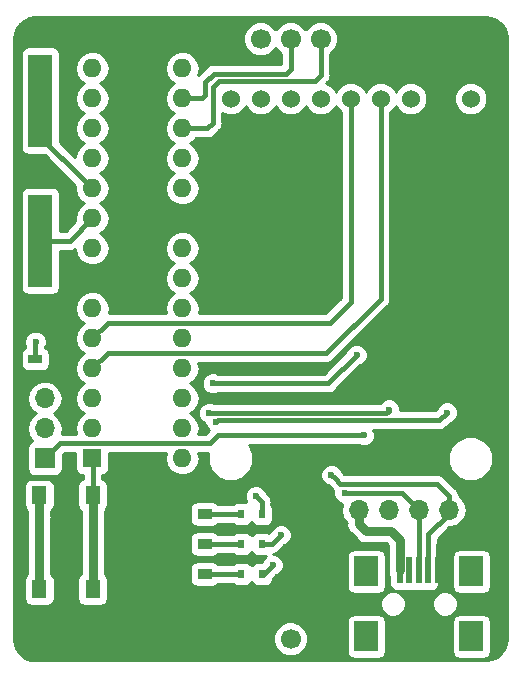
<source format=gbr>
G04 #@! TF.GenerationSoftware,KiCad,Pcbnew,(5.0.2)-1*
G04 #@! TF.CreationDate,2020-05-31T20:08:57-05:00*
G04 #@! TF.ProjectId,ClockBoard,436c6f63-6b42-46f6-9172-642e6b696361,rev?*
G04 #@! TF.SameCoordinates,Original*
G04 #@! TF.FileFunction,Copper,L2,Bot*
G04 #@! TF.FilePolarity,Positive*
%FSLAX46Y46*%
G04 Gerber Fmt 4.6, Leading zero omitted, Abs format (unit mm)*
G04 Created by KiCad (PCBNEW (5.0.2)-1) date 5/31/2020 8:08:57 PM*
%MOMM*%
%LPD*%
G01*
G04 APERTURE LIST*
G04 #@! TA.AperFunction,ComponentPad*
%ADD10C,1.524000*%
G04 #@! TD*
G04 #@! TA.AperFunction,SMDPad,CuDef*
%ADD11R,1.200000X0.750000*%
G04 #@! TD*
G04 #@! TA.AperFunction,SMDPad,CuDef*
%ADD12R,0.600000X0.800000*%
G04 #@! TD*
G04 #@! TA.AperFunction,ComponentPad*
%ADD13R,1.700000X1.700000*%
G04 #@! TD*
G04 #@! TA.AperFunction,ComponentPad*
%ADD14O,1.700000X1.700000*%
G04 #@! TD*
G04 #@! TA.AperFunction,SMDPad,CuDef*
%ADD15R,1.200000X0.900000*%
G04 #@! TD*
G04 #@! TA.AperFunction,SMDPad,CuDef*
%ADD16R,1.300000X1.550000*%
G04 #@! TD*
G04 #@! TA.AperFunction,ComponentPad*
%ADD17R,1.600000X1.600000*%
G04 #@! TD*
G04 #@! TA.AperFunction,ComponentPad*
%ADD18O,1.600000X1.600000*%
G04 #@! TD*
G04 #@! TA.AperFunction,SMDPad,CuDef*
%ADD19R,2.000000X7.875000*%
G04 #@! TD*
G04 #@! TA.AperFunction,SMDPad,CuDef*
%ADD20R,0.500000X2.300000*%
G04 #@! TD*
G04 #@! TA.AperFunction,SMDPad,CuDef*
%ADD21R,2.000000X2.500000*%
G04 #@! TD*
G04 #@! TA.AperFunction,ComponentPad*
%ADD22C,1.700000*%
G04 #@! TD*
G04 #@! TA.AperFunction,ViaPad*
%ADD23C,0.600000*%
G04 #@! TD*
G04 #@! TA.AperFunction,Conductor*
%ADD24C,0.406400*%
G04 #@! TD*
G04 #@! TA.AperFunction,Conductor*
%ADD25C,0.762000*%
G04 #@! TD*
G04 #@! TA.AperFunction,Conductor*
%ADD26C,0.254000*%
G04 #@! TD*
G04 APERTURE END LIST*
D10*
G04 #@! TO.P,U2,1*
G04 #@! TO.N,N/C*
X142240000Y-78740000D03*
G04 #@! TO.P,U2,2*
X144780000Y-78740000D03*
G04 #@! TO.P,U2,3*
G04 #@! TO.N,VBat*
X147320000Y-78740000D03*
G04 #@! TO.P,U2,4*
G04 #@! TO.N,N/C*
X149860000Y-78740000D03*
G04 #@! TO.P,U2,5*
G04 #@! TO.N,GPS_TX*
X152400000Y-78740000D03*
G04 #@! TO.P,U2,6*
G04 #@! TO.N,GPS_RX*
X154940000Y-78740000D03*
G04 #@! TO.P,U2,7*
G04 #@! TO.N,GND*
X157480000Y-78740000D03*
G04 #@! TO.P,U2,8*
G04 #@! TO.N,+5V*
X160020000Y-78740000D03*
G04 #@! TO.P,U2,9*
G04 #@! TO.N,N/C*
X162560000Y-78740000D03*
G04 #@! TD*
D11*
G04 #@! TO.P,C1,1*
G04 #@! TO.N,+5V*
X127609600Y-100787200D03*
G04 #@! TO.P,C1,2*
G04 #@! TO.N,GND*
X125709600Y-100787200D03*
G04 #@! TD*
D12*
G04 #@! TO.P,D1,1*
G04 #@! TO.N,Net-(D1-Pad1)*
X144868000Y-118973600D03*
G04 #@! TO.P,D1,2*
G04 #@! TO.N,Net-(D1-Pad2)*
X143168000Y-118973600D03*
G04 #@! TD*
G04 #@! TO.P,D2,1*
G04 #@! TO.N,Net-(D2-Pad1)*
X144868000Y-116433600D03*
G04 #@! TO.P,D2,2*
G04 #@! TO.N,Net-(D2-Pad2)*
X143168000Y-116433600D03*
G04 #@! TD*
G04 #@! TO.P,D3,1*
G04 #@! TO.N,GND*
X144868000Y-113893600D03*
G04 #@! TO.P,D3,2*
G04 #@! TO.N,Net-(D3-Pad2)*
X143168000Y-113893600D03*
G04 #@! TD*
D13*
G04 #@! TO.P,J1,1*
G04 #@! TO.N,RTS*
X126517400Y-109194600D03*
D14*
G04 #@! TO.P,J1,2*
G04 #@! TO.N,IC_RX*
X126517400Y-106654600D03*
G04 #@! TO.P,J1,3*
G04 #@! TO.N,IC_TX*
X126517400Y-104114600D03*
G04 #@! TD*
D15*
G04 #@! TO.P,R4,1*
G04 #@! TO.N,+5V*
X137838000Y-118973600D03*
G04 #@! TO.P,R4,2*
G04 #@! TO.N,Net-(D1-Pad2)*
X140038000Y-118973600D03*
G04 #@! TD*
G04 #@! TO.P,R5,1*
G04 #@! TO.N,+5V*
X137838000Y-116433600D03*
G04 #@! TO.P,R5,2*
G04 #@! TO.N,Net-(D2-Pad2)*
X140038000Y-116433600D03*
G04 #@! TD*
G04 #@! TO.P,R6,1*
G04 #@! TO.N,+5V*
X137838000Y-113893600D03*
G04 #@! TO.P,R6,2*
G04 #@! TO.N,Net-(D3-Pad2)*
X140038000Y-113893600D03*
G04 #@! TD*
D16*
G04 #@! TO.P,SW1,1*
G04 #@! TO.N,GND*
X126056000Y-112318800D03*
X126056000Y-120268800D03*
G04 #@! TO.P,SW1,2*
G04 #@! TO.N,Reset*
X130556000Y-112318800D03*
X130556000Y-120268800D03*
G04 #@! TD*
D17*
G04 #@! TO.P,U1,1*
G04 #@! TO.N,Reset*
X130530600Y-109194600D03*
D18*
G04 #@! TO.P,U1,15*
G04 #@! TO.N,N/C*
X138150600Y-76174600D03*
G04 #@! TO.P,U1,2*
G04 #@! TO.N,Net-(R2-Pad2)*
X130530600Y-106654600D03*
G04 #@! TO.P,U1,16*
G04 #@! TO.N,CS*
X138150600Y-78714600D03*
G04 #@! TO.P,U1,3*
G04 #@! TO.N,Net-(R3-Pad2)*
X130530600Y-104114600D03*
G04 #@! TO.P,U1,17*
G04 #@! TO.N,CLK*
X138150600Y-81254600D03*
G04 #@! TO.P,U1,4*
G04 #@! TO.N,GPS_RX*
X130530600Y-101574600D03*
G04 #@! TO.P,U1,18*
G04 #@! TO.N,DIN*
X138150600Y-83794600D03*
G04 #@! TO.P,U1,5*
G04 #@! TO.N,GPS_TX*
X130530600Y-99034600D03*
G04 #@! TO.P,U1,19*
G04 #@! TO.N,N/C*
X138150600Y-86334600D03*
G04 #@! TO.P,U1,6*
X130530600Y-96494600D03*
G04 #@! TO.P,U1,20*
G04 #@! TO.N,+5V*
X138150600Y-88874600D03*
G04 #@! TO.P,U1,7*
X130530600Y-93954600D03*
G04 #@! TO.P,U1,21*
G04 #@! TO.N,Net-(C2-Pad1)*
X138150600Y-91414600D03*
G04 #@! TO.P,U1,8*
G04 #@! TO.N,GND*
X130530600Y-91414600D03*
G04 #@! TO.P,U1,22*
X138150600Y-93954600D03*
G04 #@! TO.P,U1,9*
G04 #@! TO.N,Net-(C3-Pad1)*
X130530600Y-88874600D03*
G04 #@! TO.P,U1,23*
G04 #@! TO.N,N/C*
X138150600Y-96494600D03*
G04 #@! TO.P,U1,10*
G04 #@! TO.N,Net-(C4-Pad1)*
X130530600Y-86334600D03*
G04 #@! TO.P,U1,24*
G04 #@! TO.N,N/C*
X138150600Y-99034600D03*
G04 #@! TO.P,U1,11*
X130530600Y-83794600D03*
G04 #@! TO.P,U1,25*
X138150600Y-101574600D03*
G04 #@! TO.P,U1,12*
X130530600Y-81254600D03*
G04 #@! TO.P,U1,26*
X138150600Y-104114600D03*
G04 #@! TO.P,U1,13*
X130530600Y-78714600D03*
G04 #@! TO.P,U1,27*
X138150600Y-106654600D03*
G04 #@! TO.P,U1,14*
X130530600Y-76174600D03*
G04 #@! TO.P,U1,28*
X138150600Y-109194600D03*
G04 #@! TD*
D19*
G04 #@! TO.P,Y1,1*
G04 #@! TO.N,Net-(C3-Pad1)*
X126136400Y-90773500D03*
G04 #@! TO.P,Y1,2*
G04 #@! TO.N,Net-(C4-Pad1)*
X126136400Y-78898500D03*
G04 #@! TD*
D13*
G04 #@! TO.P,J4,1*
G04 #@! TO.N,+5V*
X163253802Y-113538000D03*
D14*
G04 #@! TO.P,J4,2*
G04 #@! TO.N,D-*
X160713802Y-113538000D03*
G04 #@! TO.P,J4,3*
G04 #@! TO.N,D+*
X158173802Y-113538000D03*
G04 #@! TO.P,J4,4*
G04 #@! TO.N,N/C*
X155633802Y-113538000D03*
G04 #@! TO.P,J4,5*
G04 #@! TO.N,GND*
X153093802Y-113538000D03*
G04 #@! TD*
D20*
G04 #@! TO.P,J3,1*
G04 #@! TO.N,+5V*
X159790360Y-118664100D03*
D21*
G04 #@! TO.P,J3,*
G04 #@! TO.N,*
X162640360Y-118764100D03*
D20*
G04 #@! TO.P,J3,2*
G04 #@! TO.N,D-*
X158990360Y-118664100D03*
G04 #@! TO.P,J3,3*
G04 #@! TO.N,D+*
X158190360Y-118664100D03*
G04 #@! TO.P,J3,4*
G04 #@! TO.N,N/C*
X157390360Y-118664100D03*
G04 #@! TO.P,J3,5*
G04 #@! TO.N,GND*
X156590360Y-118664100D03*
D21*
G04 #@! TO.P,J3,*
G04 #@! TO.N,*
X162640360Y-124264100D03*
X153740360Y-118764100D03*
X153740360Y-124264100D03*
G04 #@! TD*
D22*
G04 #@! TO.P,J2,CS*
G04 #@! TO.N,CS*
X147320000Y-73660000D03*
G04 #@! TO.P,J2,CLK*
G04 #@! TO.N,CLK*
X149860000Y-73660000D03*
G04 #@! TO.P,J2,DIN*
G04 #@! TO.N,DIN*
X144780000Y-73660000D03*
G04 #@! TO.P,J2,GND*
G04 #@! TO.N,GND*
X147320000Y-124460000D03*
G04 #@! TO.P,J2,VCC*
G04 #@! TO.N,+5V*
X149860000Y-124460000D03*
G04 #@! TD*
D23*
G04 #@! TO.N,+5V*
X142138400Y-96316800D03*
X135686800Y-111404400D03*
G04 #@! TO.N,GND*
X126060200Y-114173000D03*
X144373600Y-112369600D03*
X125730000Y-99314000D03*
G04 #@! TO.N,Net-(C3-Pad1)*
X126136400Y-94310200D03*
G04 #@! TO.N,Net-(C4-Pad1)*
X126136400Y-75514200D03*
G04 #@! TO.N,Reset*
X141046200Y-106070400D03*
X160578800Y-105308400D03*
G04 #@! TO.N,RTS*
X153509600Y-107238800D03*
G04 #@! TO.N,Net-(D1-Pad1)*
X145796000Y-118211600D03*
G04 #@! TO.N,Net-(D2-Pad1)*
X146507200Y-115671600D03*
G04 #@! TO.N,IC_RX*
X140403664Y-105359200D03*
X155651200Y-105054400D03*
G04 #@! TO.N,IC_TX*
X140741400Y-102844600D03*
X152908000Y-100431600D03*
G04 #@! TO.N,D-*
X150774400Y-110591600D03*
G04 #@! TO.N,D+*
X151892000Y-112115600D03*
G04 #@! TD*
D24*
G04 #@! TO.N,+5V*
X163253802Y-113901602D02*
X163253802Y-115158002D01*
X163253802Y-115158002D02*
X163095804Y-115316000D01*
X163095804Y-115316000D02*
X160992924Y-115316000D01*
X160992924Y-115316000D02*
X159781922Y-116527002D01*
X159781922Y-118655662D02*
X159790360Y-118664100D01*
X159781922Y-116527002D02*
X159781922Y-118655662D01*
D25*
G04 #@! TO.N,GND*
X126056000Y-112318800D02*
X126056000Y-114168800D01*
X126056000Y-114168800D02*
X126060200Y-114173000D01*
X126056000Y-116484400D02*
X126056000Y-114177200D01*
X126056000Y-114177200D02*
X126060200Y-114173000D01*
X156559359Y-117444900D02*
X156559359Y-118664100D01*
X153720521Y-115366800D02*
X155803600Y-115366800D01*
X155803600Y-115366800D02*
X156559359Y-116122559D01*
X156559359Y-116122559D02*
X156559359Y-117444900D01*
X153093802Y-113538000D02*
X153093802Y-114740081D01*
X153093802Y-114740081D02*
X153720521Y-115366800D01*
D24*
X144868000Y-113893600D02*
X144868000Y-112864000D01*
X144868000Y-112864000D02*
X144373600Y-112369600D01*
D25*
X126056000Y-116484400D02*
X126056000Y-120268800D01*
D24*
X125709600Y-100787200D02*
X125709600Y-99334400D01*
X125709600Y-99334400D02*
X125730000Y-99314000D01*
G04 #@! TO.N,Net-(C3-Pad1)*
X126136400Y-90773500D02*
X128631700Y-90773500D01*
X128631700Y-90773500D02*
X130530600Y-88874600D01*
G04 #@! TO.N,Net-(C4-Pad1)*
X126136400Y-78898500D02*
X126136400Y-81940400D01*
X126136400Y-81940400D02*
X129730601Y-85534601D01*
X129730601Y-85534601D02*
X130530600Y-86334600D01*
G04 #@! TO.N,Reset*
X149402800Y-105965610D02*
X149806010Y-105965610D01*
X141150990Y-105965610D02*
X149402800Y-105965610D01*
X141046200Y-106070400D02*
X141150990Y-105965610D01*
D25*
X130556000Y-112318800D02*
X130556000Y-120268800D01*
D24*
X150368373Y-105968800D02*
X159918400Y-105968800D01*
X159918400Y-105968800D02*
X160578800Y-105308400D01*
X149806010Y-105965610D02*
X150365183Y-105965610D01*
X150365183Y-105965610D02*
X150368373Y-105968800D01*
X130556000Y-112318800D02*
X130556000Y-109220000D01*
X130556000Y-109220000D02*
X130530600Y-109194600D01*
G04 #@! TO.N,RTS*
X126517400Y-109194600D02*
X127787400Y-107924600D01*
X141147800Y-107238800D02*
X153509600Y-107238800D01*
X127787400Y-107924600D02*
X140462000Y-107924600D01*
X140462000Y-107924600D02*
X141147800Y-107238800D01*
X126517400Y-109194600D02*
X126542800Y-109194600D01*
G04 #@! TO.N,Net-(D1-Pad1)*
X144868000Y-118973600D02*
X145034000Y-118973600D01*
X145034000Y-118973600D02*
X145796000Y-118211600D01*
G04 #@! TO.N,Net-(D1-Pad2)*
X140038000Y-118973600D02*
X143168000Y-118973600D01*
G04 #@! TO.N,Net-(D2-Pad1)*
X144868000Y-116433600D02*
X145745200Y-116433600D01*
X145745200Y-116433600D02*
X146507200Y-115671600D01*
G04 #@! TO.N,Net-(D2-Pad2)*
X143168000Y-116433600D02*
X140038000Y-116433600D01*
G04 #@! TO.N,Net-(D3-Pad2)*
X143168000Y-113893600D02*
X140038000Y-113893600D01*
G04 #@! TO.N,IC_RX*
X150619556Y-105362390D02*
X155444810Y-105362390D01*
X140403664Y-105359200D02*
X150616366Y-105359200D01*
X150616366Y-105359200D02*
X150619556Y-105362390D01*
X155444810Y-105362390D02*
X155651200Y-105156000D01*
X155651200Y-105156000D02*
X155651200Y-105054400D01*
G04 #@! TO.N,IC_TX*
X140741400Y-102844600D02*
X150495000Y-102844600D01*
X150495000Y-102844600D02*
X150520400Y-102819200D01*
X150520400Y-102819200D02*
X152908000Y-100431600D01*
G04 #@! TO.N,D-*
X158981922Y-117195600D02*
X158981922Y-117427002D01*
X158981922Y-115633482D02*
X158981922Y-117195600D01*
X158981922Y-118655662D02*
X158990360Y-118664100D01*
X158981922Y-117195600D02*
X158981922Y-118655662D01*
X160713802Y-113538000D02*
X160713802Y-113901602D01*
X160713802Y-113901602D02*
X158981922Y-115633482D01*
X160713802Y-113538000D02*
X160713802Y-112335919D01*
X160713802Y-112335919D02*
X159731483Y-111353600D01*
X159731483Y-111353600D02*
X151536400Y-111353600D01*
X151536400Y-111353600D02*
X151074399Y-110891599D01*
X151074399Y-110891599D02*
X150774400Y-110591600D01*
G04 #@! TO.N,D+*
X158173802Y-117418882D02*
X158173802Y-118647542D01*
X158173802Y-118647542D02*
X158190360Y-118664100D01*
X158173802Y-113901602D02*
X158173802Y-114960400D01*
X158173802Y-114960400D02*
X158173802Y-117418882D01*
X158173802Y-113538000D02*
X158173802Y-114960400D01*
X151892000Y-112115600D02*
X156751402Y-112115600D01*
X156751402Y-112115600D02*
X158173802Y-113538000D01*
X158173802Y-117418882D02*
X158181922Y-117427002D01*
G04 #@! TO.N,GPS_RX*
X150317200Y-100279200D02*
X154940000Y-95656400D01*
X154940000Y-95656400D02*
X154940000Y-78740000D01*
X131826000Y-100279200D02*
X150317200Y-100279200D01*
X130530600Y-101574600D02*
X131826000Y-100279200D01*
G04 #@! TO.N,GPS_TX*
X130530600Y-99034600D02*
X131826000Y-97739200D01*
X131826000Y-97739200D02*
X150622000Y-97739200D01*
X150622000Y-97739200D02*
X152400000Y-95961200D01*
X152400000Y-95961200D02*
X152400000Y-78740000D01*
G04 #@! TO.N,CS*
X147320000Y-73660000D02*
X147320000Y-76250800D01*
X147320000Y-76250800D02*
X146961210Y-76609590D01*
X146961210Y-76609590D02*
X140814410Y-76609590D01*
X140814410Y-76609590D02*
X140109590Y-77314410D01*
X140109590Y-77314410D02*
X140109590Y-78432010D01*
X139827000Y-78714600D02*
X138150600Y-78714600D01*
X140109590Y-78432010D02*
X139827000Y-78714600D01*
G04 #@! TO.N,CLK*
X149860000Y-73660000D02*
X149860000Y-76708000D01*
X149860000Y-76708000D02*
X149352000Y-77216000D01*
X149352000Y-77216000D02*
X141224000Y-77216000D01*
X141224000Y-77216000D02*
X140716000Y-77724000D01*
X140716000Y-77724000D02*
X140716000Y-80772000D01*
X140716000Y-80772000D02*
X140233400Y-81254600D01*
X140233400Y-81254600D02*
X138150600Y-81254600D01*
G04 #@! TD*
D26*
G04 #@! TO.N,+5V*
G36*
X164283698Y-71892958D02*
X164708893Y-72061305D01*
X165078858Y-72330101D01*
X165370356Y-72682462D01*
X165565067Y-73096244D01*
X165657093Y-73578662D01*
X165660001Y-73671195D01*
X165660000Y-124415333D01*
X165597042Y-124913699D01*
X165428697Y-125338889D01*
X165159899Y-125708859D01*
X164807541Y-126000355D01*
X164393756Y-126195067D01*
X163911339Y-126287093D01*
X163818836Y-126290000D01*
X125774667Y-126290000D01*
X125276301Y-126227042D01*
X124851111Y-126058697D01*
X124481141Y-125789899D01*
X124189645Y-125437541D01*
X123994933Y-125023756D01*
X123902907Y-124541339D01*
X123900000Y-124448836D01*
X123900000Y-124164615D01*
X145835000Y-124164615D01*
X145835000Y-124755385D01*
X146061078Y-125301185D01*
X146478815Y-125718922D01*
X147024615Y-125945000D01*
X147615385Y-125945000D01*
X148161185Y-125718922D01*
X148578922Y-125301185D01*
X148805000Y-124755385D01*
X148805000Y-124164615D01*
X148578922Y-123618815D01*
X148161185Y-123201078D01*
X147709781Y-123014100D01*
X152092920Y-123014100D01*
X152092920Y-125514100D01*
X152142203Y-125761865D01*
X152282551Y-125971909D01*
X152492595Y-126112257D01*
X152740360Y-126161540D01*
X154740360Y-126161540D01*
X154988125Y-126112257D01*
X155198169Y-125971909D01*
X155338517Y-125761865D01*
X155387800Y-125514100D01*
X155387800Y-123014100D01*
X160992920Y-123014100D01*
X160992920Y-125514100D01*
X161042203Y-125761865D01*
X161182551Y-125971909D01*
X161392595Y-126112257D01*
X161640360Y-126161540D01*
X163640360Y-126161540D01*
X163888125Y-126112257D01*
X164098169Y-125971909D01*
X164238517Y-125761865D01*
X164287800Y-125514100D01*
X164287800Y-123014100D01*
X164238517Y-122766335D01*
X164098169Y-122556291D01*
X163888125Y-122415943D01*
X163640360Y-122366660D01*
X161640360Y-122366660D01*
X161392595Y-122415943D01*
X161182551Y-122556291D01*
X161042203Y-122766335D01*
X160992920Y-123014100D01*
X155387800Y-123014100D01*
X155338517Y-122766335D01*
X155198169Y-122556291D01*
X154988125Y-122415943D01*
X154740360Y-122366660D01*
X152740360Y-122366660D01*
X152492595Y-122415943D01*
X152282551Y-122556291D01*
X152142203Y-122766335D01*
X152092920Y-123014100D01*
X147709781Y-123014100D01*
X147615385Y-122975000D01*
X147024615Y-122975000D01*
X146478815Y-123201078D01*
X146061078Y-123618815D01*
X145835000Y-124164615D01*
X123900000Y-124164615D01*
X123900000Y-111543800D01*
X124758560Y-111543800D01*
X124758560Y-113093800D01*
X124807843Y-113341565D01*
X124948191Y-113551609D01*
X125040001Y-113612955D01*
X125040001Y-114068732D01*
X125020096Y-114168800D01*
X125020931Y-114173000D01*
X125020096Y-114177200D01*
X125040001Y-114277268D01*
X125040000Y-116384335D01*
X125040000Y-116384336D01*
X125040001Y-118974645D01*
X124948191Y-119035991D01*
X124807843Y-119246035D01*
X124758560Y-119493800D01*
X124758560Y-121043800D01*
X124807843Y-121291565D01*
X124948191Y-121501609D01*
X125158235Y-121641957D01*
X125406000Y-121691240D01*
X126706000Y-121691240D01*
X126953765Y-121641957D01*
X127163809Y-121501609D01*
X127304157Y-121291565D01*
X127353440Y-121043800D01*
X127353440Y-119493800D01*
X127304157Y-119246035D01*
X127163809Y-119035991D01*
X127072000Y-118974646D01*
X127072000Y-114294178D01*
X127096104Y-114173000D01*
X127072000Y-114051822D01*
X127072000Y-113612954D01*
X127163809Y-113551609D01*
X127304157Y-113341565D01*
X127353440Y-113093800D01*
X127353440Y-111543800D01*
X127304157Y-111296035D01*
X127163809Y-111085991D01*
X126953765Y-110945643D01*
X126706000Y-110896360D01*
X125406000Y-110896360D01*
X125158235Y-110945643D01*
X124948191Y-111085991D01*
X124807843Y-111296035D01*
X124758560Y-111543800D01*
X123900000Y-111543800D01*
X123900000Y-104114600D01*
X125003308Y-104114600D01*
X125118561Y-104694018D01*
X125446775Y-105185225D01*
X125745161Y-105384600D01*
X125446775Y-105583975D01*
X125118561Y-106075182D01*
X125003308Y-106654600D01*
X125118561Y-107234018D01*
X125446775Y-107725225D01*
X125465019Y-107737416D01*
X125419635Y-107746443D01*
X125209591Y-107886791D01*
X125069243Y-108096835D01*
X125019960Y-108344600D01*
X125019960Y-110044600D01*
X125069243Y-110292365D01*
X125209591Y-110502409D01*
X125419635Y-110642757D01*
X125667400Y-110692040D01*
X127367400Y-110692040D01*
X127615165Y-110642757D01*
X127825209Y-110502409D01*
X127965557Y-110292365D01*
X128014840Y-110044600D01*
X128014840Y-108882554D01*
X128134594Y-108762800D01*
X129083160Y-108762800D01*
X129083160Y-109994600D01*
X129132443Y-110242365D01*
X129272791Y-110452409D01*
X129482835Y-110592757D01*
X129717801Y-110639494D01*
X129717800Y-110933795D01*
X129658235Y-110945643D01*
X129448191Y-111085991D01*
X129307843Y-111296035D01*
X129258560Y-111543800D01*
X129258560Y-113093800D01*
X129307843Y-113341565D01*
X129448191Y-113551609D01*
X129540000Y-113612954D01*
X129540001Y-118974645D01*
X129448191Y-119035991D01*
X129307843Y-119246035D01*
X129258560Y-119493800D01*
X129258560Y-121043800D01*
X129307843Y-121291565D01*
X129448191Y-121501609D01*
X129658235Y-121641957D01*
X129906000Y-121691240D01*
X131206000Y-121691240D01*
X131453765Y-121641957D01*
X131663809Y-121501609D01*
X131804157Y-121291565D01*
X131853440Y-121043800D01*
X131853440Y-119493800D01*
X131804157Y-119246035D01*
X131663809Y-119035991D01*
X131572000Y-118974646D01*
X131572000Y-115983600D01*
X138790560Y-115983600D01*
X138790560Y-116883600D01*
X138839843Y-117131365D01*
X138980191Y-117341409D01*
X139190235Y-117481757D01*
X139438000Y-117531040D01*
X140638000Y-117531040D01*
X140885765Y-117481757D01*
X141095809Y-117341409D01*
X141142321Y-117271800D01*
X142397089Y-117271800D01*
X142410191Y-117291409D01*
X142620235Y-117431757D01*
X142868000Y-117481040D01*
X143468000Y-117481040D01*
X143715765Y-117431757D01*
X143925809Y-117291409D01*
X144018000Y-117153436D01*
X144110191Y-117291409D01*
X144320235Y-117431757D01*
X144568000Y-117481040D01*
X145168000Y-117481040D01*
X145213276Y-117472034D01*
X145003345Y-117681965D01*
X144906545Y-117915661D01*
X144896046Y-117926160D01*
X144568000Y-117926160D01*
X144320235Y-117975443D01*
X144110191Y-118115791D01*
X144018000Y-118253764D01*
X143925809Y-118115791D01*
X143715765Y-117975443D01*
X143468000Y-117926160D01*
X142868000Y-117926160D01*
X142620235Y-117975443D01*
X142410191Y-118115791D01*
X142397089Y-118135400D01*
X141142321Y-118135400D01*
X141095809Y-118065791D01*
X140885765Y-117925443D01*
X140638000Y-117876160D01*
X139438000Y-117876160D01*
X139190235Y-117925443D01*
X138980191Y-118065791D01*
X138839843Y-118275835D01*
X138790560Y-118523600D01*
X138790560Y-119423600D01*
X138839843Y-119671365D01*
X138980191Y-119881409D01*
X139190235Y-120021757D01*
X139438000Y-120071040D01*
X140638000Y-120071040D01*
X140885765Y-120021757D01*
X141095809Y-119881409D01*
X141142321Y-119811800D01*
X142397089Y-119811800D01*
X142410191Y-119831409D01*
X142620235Y-119971757D01*
X142868000Y-120021040D01*
X143468000Y-120021040D01*
X143715765Y-119971757D01*
X143925809Y-119831409D01*
X144018000Y-119693436D01*
X144110191Y-119831409D01*
X144320235Y-119971757D01*
X144568000Y-120021040D01*
X145168000Y-120021040D01*
X145415765Y-119971757D01*
X145625809Y-119831409D01*
X145766157Y-119621365D01*
X145814458Y-119378535D01*
X146091939Y-119101055D01*
X146325635Y-119004255D01*
X146588655Y-118741235D01*
X146731000Y-118397583D01*
X146731000Y-118025617D01*
X146588655Y-117681965D01*
X146420790Y-117514100D01*
X152092920Y-117514100D01*
X152092920Y-120014100D01*
X152142203Y-120261865D01*
X152282551Y-120471909D01*
X152492595Y-120612257D01*
X152740360Y-120661540D01*
X154740360Y-120661540D01*
X154988125Y-120612257D01*
X155198169Y-120471909D01*
X155338517Y-120261865D01*
X155387800Y-120014100D01*
X155387800Y-117514100D01*
X155338517Y-117266335D01*
X155198169Y-117056291D01*
X154988125Y-116915943D01*
X154740360Y-116866660D01*
X152740360Y-116866660D01*
X152492595Y-116915943D01*
X152282551Y-117056291D01*
X152142203Y-117266335D01*
X152092920Y-117514100D01*
X146420790Y-117514100D01*
X146325635Y-117418945D01*
X145981983Y-117276600D01*
X145803618Y-117276600D01*
X145827749Y-117271800D01*
X145827754Y-117271800D01*
X146072249Y-117223167D01*
X146349508Y-117037908D01*
X146396272Y-116967922D01*
X146803139Y-116561055D01*
X147036835Y-116464255D01*
X147299855Y-116201235D01*
X147442200Y-115857583D01*
X147442200Y-115485617D01*
X147299855Y-115141965D01*
X147036835Y-114878945D01*
X146693183Y-114736600D01*
X146321217Y-114736600D01*
X145977565Y-114878945D01*
X145714545Y-115141965D01*
X145617745Y-115375661D01*
X145501007Y-115492400D01*
X145415765Y-115435443D01*
X145168000Y-115386160D01*
X144568000Y-115386160D01*
X144320235Y-115435443D01*
X144110191Y-115575791D01*
X144018000Y-115713764D01*
X143925809Y-115575791D01*
X143715765Y-115435443D01*
X143468000Y-115386160D01*
X142868000Y-115386160D01*
X142620235Y-115435443D01*
X142410191Y-115575791D01*
X142397089Y-115595400D01*
X141142321Y-115595400D01*
X141095809Y-115525791D01*
X140885765Y-115385443D01*
X140638000Y-115336160D01*
X139438000Y-115336160D01*
X139190235Y-115385443D01*
X138980191Y-115525791D01*
X138839843Y-115735835D01*
X138790560Y-115983600D01*
X131572000Y-115983600D01*
X131572000Y-113612954D01*
X131663809Y-113551609D01*
X131735978Y-113443600D01*
X138790560Y-113443600D01*
X138790560Y-114343600D01*
X138839843Y-114591365D01*
X138980191Y-114801409D01*
X139190235Y-114941757D01*
X139438000Y-114991040D01*
X140638000Y-114991040D01*
X140885765Y-114941757D01*
X141095809Y-114801409D01*
X141142321Y-114731800D01*
X142397089Y-114731800D01*
X142410191Y-114751409D01*
X142620235Y-114891757D01*
X142868000Y-114941040D01*
X143468000Y-114941040D01*
X143715765Y-114891757D01*
X143925809Y-114751409D01*
X144018000Y-114613436D01*
X144110191Y-114751409D01*
X144320235Y-114891757D01*
X144568000Y-114941040D01*
X145168000Y-114941040D01*
X145415765Y-114891757D01*
X145625809Y-114751409D01*
X145766157Y-114541365D01*
X145815440Y-114293600D01*
X145815440Y-113493600D01*
X145766157Y-113245835D01*
X145706200Y-113156104D01*
X145706200Y-112946548D01*
X145722620Y-112863999D01*
X145706200Y-112781450D01*
X145706200Y-112781446D01*
X145657567Y-112536951D01*
X145472308Y-112259692D01*
X145402321Y-112212928D01*
X145263055Y-112073662D01*
X145166255Y-111839965D01*
X144903235Y-111576945D01*
X144559583Y-111434600D01*
X144187617Y-111434600D01*
X143843965Y-111576945D01*
X143580945Y-111839965D01*
X143438600Y-112183617D01*
X143438600Y-112555583D01*
X143567128Y-112865878D01*
X143468000Y-112846160D01*
X142868000Y-112846160D01*
X142620235Y-112895443D01*
X142410191Y-113035791D01*
X142397089Y-113055400D01*
X141142321Y-113055400D01*
X141095809Y-112985791D01*
X140885765Y-112845443D01*
X140638000Y-112796160D01*
X139438000Y-112796160D01*
X139190235Y-112845443D01*
X138980191Y-112985791D01*
X138839843Y-113195835D01*
X138790560Y-113443600D01*
X131735978Y-113443600D01*
X131804157Y-113341565D01*
X131853440Y-113093800D01*
X131853440Y-111543800D01*
X131804157Y-111296035D01*
X131663809Y-111085991D01*
X131453765Y-110945643D01*
X131394200Y-110933795D01*
X131394200Y-110629389D01*
X131578365Y-110592757D01*
X131788409Y-110452409D01*
X131928757Y-110242365D01*
X131978040Y-109994600D01*
X131978040Y-108762800D01*
X136773377Y-108762800D01*
X136687487Y-109194600D01*
X136798860Y-109754509D01*
X137116023Y-110229177D01*
X137590691Y-110546340D01*
X138009267Y-110629600D01*
X138291933Y-110629600D01*
X138710509Y-110546340D01*
X139185177Y-110229177D01*
X139502340Y-109754509D01*
X139613713Y-109194600D01*
X139527823Y-108762800D01*
X140367421Y-108762800D01*
X140335000Y-108841072D01*
X140335000Y-109598928D01*
X140625019Y-110299096D01*
X141160904Y-110834981D01*
X141861072Y-111125000D01*
X142618928Y-111125000D01*
X143319096Y-110834981D01*
X143748460Y-110405617D01*
X149839400Y-110405617D01*
X149839400Y-110777583D01*
X149981745Y-111121235D01*
X150244765Y-111384255D01*
X150478462Y-111481055D01*
X150885328Y-111887921D01*
X150932092Y-111957908D01*
X150957000Y-111974551D01*
X150957000Y-112301583D01*
X151099345Y-112645235D01*
X151362365Y-112908255D01*
X151678894Y-113039365D01*
X151579710Y-113538000D01*
X151694963Y-114117418D01*
X152023177Y-114608625D01*
X152076905Y-114644525D01*
X152057898Y-114740081D01*
X152136752Y-115136504D01*
X152250296Y-115306434D01*
X152361308Y-115472576D01*
X152446140Y-115529259D01*
X152931341Y-116014460D01*
X152988026Y-116099295D01*
X153324098Y-116323851D01*
X153620456Y-116382800D01*
X153620457Y-116382800D01*
X153720521Y-116402704D01*
X153820585Y-116382800D01*
X155382760Y-116382800D01*
X155543359Y-116543400D01*
X155543360Y-117344832D01*
X155543359Y-117344836D01*
X155543360Y-118764165D01*
X155602309Y-119060523D01*
X155692920Y-119196132D01*
X155692920Y-119814100D01*
X155742203Y-120061865D01*
X155882551Y-120271909D01*
X156092595Y-120412257D01*
X156177271Y-120429100D01*
X155774540Y-120429100D01*
X155375757Y-120594282D01*
X155070542Y-120899497D01*
X154905360Y-121298280D01*
X154905360Y-121729920D01*
X155070542Y-122128703D01*
X155375757Y-122433918D01*
X155774540Y-122599100D01*
X156206180Y-122599100D01*
X156604963Y-122433918D01*
X156910178Y-122128703D01*
X157075360Y-121729920D01*
X157075360Y-121298280D01*
X159305360Y-121298280D01*
X159305360Y-121729920D01*
X159470542Y-122128703D01*
X159775757Y-122433918D01*
X160174540Y-122599100D01*
X160606180Y-122599100D01*
X161004963Y-122433918D01*
X161310178Y-122128703D01*
X161475360Y-121729920D01*
X161475360Y-121298280D01*
X161310178Y-120899497D01*
X161004963Y-120594282D01*
X160606180Y-120429100D01*
X160174540Y-120429100D01*
X159775757Y-120594282D01*
X159470542Y-120899497D01*
X159305360Y-121298280D01*
X157075360Y-121298280D01*
X156910178Y-120899497D01*
X156604963Y-120594282D01*
X156232887Y-120440163D01*
X156340360Y-120461540D01*
X156840360Y-120461540D01*
X156990360Y-120431703D01*
X157140360Y-120461540D01*
X157640360Y-120461540D01*
X157790360Y-120431703D01*
X157940360Y-120461540D01*
X158440360Y-120461540D01*
X158590360Y-120431703D01*
X158740360Y-120461540D01*
X159240360Y-120461540D01*
X159488125Y-120412257D01*
X159698169Y-120271909D01*
X159838517Y-120061865D01*
X159887800Y-119814100D01*
X159887800Y-117514100D01*
X160992920Y-117514100D01*
X160992920Y-120014100D01*
X161042203Y-120261865D01*
X161182551Y-120471909D01*
X161392595Y-120612257D01*
X161640360Y-120661540D01*
X163640360Y-120661540D01*
X163888125Y-120612257D01*
X164098169Y-120471909D01*
X164238517Y-120261865D01*
X164287800Y-120014100D01*
X164287800Y-117514100D01*
X164238517Y-117266335D01*
X164098169Y-117056291D01*
X163888125Y-116915943D01*
X163640360Y-116866660D01*
X161640360Y-116866660D01*
X161392595Y-116915943D01*
X161182551Y-117056291D01*
X161042203Y-117266335D01*
X160992920Y-117514100D01*
X159887800Y-117514100D01*
X159838517Y-117266335D01*
X159820122Y-117238805D01*
X159820122Y-115980675D01*
X160777798Y-115023000D01*
X160860058Y-115023000D01*
X161293220Y-114936839D01*
X161784427Y-114608625D01*
X162112641Y-114117418D01*
X162227894Y-113538000D01*
X162112641Y-112958582D01*
X161784427Y-112467375D01*
X161565469Y-112321072D01*
X161552002Y-112253370D01*
X161552002Y-112253365D01*
X161503369Y-112008870D01*
X161318110Y-111731611D01*
X161248126Y-111684849D01*
X160382555Y-110819278D01*
X160335791Y-110749292D01*
X160058532Y-110564033D01*
X159814037Y-110515400D01*
X159814032Y-110515400D01*
X159731483Y-110498980D01*
X159648934Y-110515400D01*
X151883593Y-110515400D01*
X151663855Y-110295662D01*
X151567055Y-110061965D01*
X151304035Y-109798945D01*
X150960383Y-109656600D01*
X150588417Y-109656600D01*
X150244765Y-109798945D01*
X149981745Y-110061965D01*
X149839400Y-110405617D01*
X143748460Y-110405617D01*
X143854981Y-110299096D01*
X144145000Y-109598928D01*
X144145000Y-108841072D01*
X160655000Y-108841072D01*
X160655000Y-109598928D01*
X160945019Y-110299096D01*
X161480904Y-110834981D01*
X162181072Y-111125000D01*
X162938928Y-111125000D01*
X163639096Y-110834981D01*
X164174981Y-110299096D01*
X164465000Y-109598928D01*
X164465000Y-108841072D01*
X164174981Y-108140904D01*
X163639096Y-107605019D01*
X162938928Y-107315000D01*
X162181072Y-107315000D01*
X161480904Y-107605019D01*
X160945019Y-108140904D01*
X160655000Y-108841072D01*
X144145000Y-108841072D01*
X143854981Y-108140904D01*
X143791077Y-108077000D01*
X153089921Y-108077000D01*
X153323617Y-108173800D01*
X153695583Y-108173800D01*
X154039235Y-108031455D01*
X154302255Y-107768435D01*
X154444600Y-107424783D01*
X154444600Y-107052817D01*
X154342779Y-106807000D01*
X159835851Y-106807000D01*
X159918400Y-106823420D01*
X160000949Y-106807000D01*
X160000954Y-106807000D01*
X160245449Y-106758367D01*
X160522708Y-106573108D01*
X160569471Y-106503122D01*
X160874739Y-106197855D01*
X161108435Y-106101055D01*
X161371455Y-105838035D01*
X161513800Y-105494383D01*
X161513800Y-105122417D01*
X161371455Y-104778765D01*
X161108435Y-104515745D01*
X160764783Y-104373400D01*
X160392817Y-104373400D01*
X160049165Y-104515745D01*
X159786145Y-104778765D01*
X159689345Y-105012461D01*
X159571207Y-105130600D01*
X156586200Y-105130600D01*
X156586200Y-104868417D01*
X156443855Y-104524765D01*
X156180835Y-104261745D01*
X155837183Y-104119400D01*
X155465217Y-104119400D01*
X155121565Y-104261745D01*
X154859120Y-104524190D01*
X150714957Y-104524190D01*
X150698920Y-104521000D01*
X150698915Y-104521000D01*
X150616366Y-104504580D01*
X150533817Y-104521000D01*
X140823343Y-104521000D01*
X140589647Y-104424200D01*
X140217681Y-104424200D01*
X139874029Y-104566545D01*
X139611009Y-104829565D01*
X139468664Y-105173217D01*
X139468664Y-105545183D01*
X139611009Y-105888835D01*
X139874029Y-106151855D01*
X140111200Y-106250094D01*
X140111200Y-106256383D01*
X140253545Y-106600035D01*
X140427358Y-106773848D01*
X140114807Y-107086400D01*
X139527823Y-107086400D01*
X139613713Y-106654600D01*
X139502340Y-106094691D01*
X139185177Y-105620023D01*
X138832842Y-105384600D01*
X139185177Y-105149177D01*
X139502340Y-104674509D01*
X139613713Y-104114600D01*
X139502340Y-103554691D01*
X139185177Y-103080023D01*
X138832842Y-102844600D01*
X139111184Y-102658617D01*
X139806400Y-102658617D01*
X139806400Y-103030583D01*
X139948745Y-103374235D01*
X140211765Y-103637255D01*
X140555417Y-103779600D01*
X140927383Y-103779600D01*
X141161079Y-103682800D01*
X150412451Y-103682800D01*
X150495000Y-103699220D01*
X150577549Y-103682800D01*
X150577554Y-103682800D01*
X150822049Y-103634167D01*
X151099308Y-103448908D01*
X151146072Y-103378921D01*
X151171471Y-103353522D01*
X153203939Y-101321055D01*
X153437635Y-101224255D01*
X153700655Y-100961235D01*
X153843000Y-100617583D01*
X153843000Y-100245617D01*
X153700655Y-99901965D01*
X153437635Y-99638945D01*
X153093983Y-99496600D01*
X152722017Y-99496600D01*
X152378365Y-99638945D01*
X152115345Y-99901965D01*
X152018545Y-100135661D01*
X150147807Y-102006400D01*
X141161079Y-102006400D01*
X140927383Y-101909600D01*
X140555417Y-101909600D01*
X140211765Y-102051945D01*
X139948745Y-102314965D01*
X139806400Y-102658617D01*
X139111184Y-102658617D01*
X139185177Y-102609177D01*
X139502340Y-102134509D01*
X139613713Y-101574600D01*
X139522770Y-101117400D01*
X150234651Y-101117400D01*
X150317200Y-101133820D01*
X150399749Y-101117400D01*
X150399754Y-101117400D01*
X150644249Y-101068767D01*
X150921508Y-100883508D01*
X150968272Y-100813521D01*
X155474325Y-96307469D01*
X155544308Y-96260708D01*
X155729567Y-95983449D01*
X155778200Y-95738954D01*
X155778200Y-95738950D01*
X155794620Y-95656401D01*
X155778200Y-95573852D01*
X155778200Y-79877457D01*
X156124320Y-79531337D01*
X156210000Y-79324487D01*
X156295680Y-79531337D01*
X156688663Y-79924320D01*
X157202119Y-80137000D01*
X157757881Y-80137000D01*
X158271337Y-79924320D01*
X158664320Y-79531337D01*
X158877000Y-79017881D01*
X158877000Y-78462119D01*
X161163000Y-78462119D01*
X161163000Y-79017881D01*
X161375680Y-79531337D01*
X161768663Y-79924320D01*
X162282119Y-80137000D01*
X162837881Y-80137000D01*
X163351337Y-79924320D01*
X163744320Y-79531337D01*
X163957000Y-79017881D01*
X163957000Y-78462119D01*
X163744320Y-77948663D01*
X163351337Y-77555680D01*
X162837881Y-77343000D01*
X162282119Y-77343000D01*
X161768663Y-77555680D01*
X161375680Y-77948663D01*
X161163000Y-78462119D01*
X158877000Y-78462119D01*
X158664320Y-77948663D01*
X158271337Y-77555680D01*
X157757881Y-77343000D01*
X157202119Y-77343000D01*
X156688663Y-77555680D01*
X156295680Y-77948663D01*
X156210000Y-78155513D01*
X156124320Y-77948663D01*
X155731337Y-77555680D01*
X155217881Y-77343000D01*
X154662119Y-77343000D01*
X154148663Y-77555680D01*
X153755680Y-77948663D01*
X153670000Y-78155513D01*
X153584320Y-77948663D01*
X153191337Y-77555680D01*
X152677881Y-77343000D01*
X152122119Y-77343000D01*
X151608663Y-77555680D01*
X151215680Y-77948663D01*
X151130000Y-78155513D01*
X151044320Y-77948663D01*
X150651337Y-77555680D01*
X150330576Y-77422817D01*
X150394321Y-77359072D01*
X150464308Y-77312308D01*
X150649567Y-77035049D01*
X150698200Y-76790554D01*
X150698200Y-76790550D01*
X150714620Y-76708001D01*
X150698200Y-76625452D01*
X150698200Y-74920158D01*
X150701185Y-74918922D01*
X151118922Y-74501185D01*
X151345000Y-73955385D01*
X151345000Y-73364615D01*
X151118922Y-72818815D01*
X150701185Y-72401078D01*
X150155385Y-72175000D01*
X149564615Y-72175000D01*
X149018815Y-72401078D01*
X148601078Y-72818815D01*
X148590000Y-72845560D01*
X148578922Y-72818815D01*
X148161185Y-72401078D01*
X147615385Y-72175000D01*
X147024615Y-72175000D01*
X146478815Y-72401078D01*
X146061078Y-72818815D01*
X146050000Y-72845560D01*
X146038922Y-72818815D01*
X145621185Y-72401078D01*
X145075385Y-72175000D01*
X144484615Y-72175000D01*
X143938815Y-72401078D01*
X143521078Y-72818815D01*
X143295000Y-73364615D01*
X143295000Y-73955385D01*
X143521078Y-74501185D01*
X143938815Y-74918922D01*
X144484615Y-75145000D01*
X145075385Y-75145000D01*
X145621185Y-74918922D01*
X146038922Y-74501185D01*
X146050000Y-74474440D01*
X146061078Y-74501185D01*
X146478815Y-74918922D01*
X146481800Y-74920159D01*
X146481801Y-75771390D01*
X140896958Y-75771390D01*
X140814409Y-75754970D01*
X140731860Y-75771390D01*
X140731856Y-75771390D01*
X140487361Y-75820023D01*
X140487359Y-75820024D01*
X140487360Y-75820024D01*
X140280087Y-75958519D01*
X140280086Y-75958520D01*
X140210102Y-76005282D01*
X140163340Y-76075266D01*
X139575268Y-76663338D01*
X139507488Y-76708628D01*
X139613713Y-76174600D01*
X139502340Y-75614691D01*
X139185177Y-75140023D01*
X138710509Y-74822860D01*
X138291933Y-74739600D01*
X138009267Y-74739600D01*
X137590691Y-74822860D01*
X137116023Y-75140023D01*
X136798860Y-75614691D01*
X136687487Y-76174600D01*
X136798860Y-76734509D01*
X137116023Y-77209177D01*
X137468358Y-77444600D01*
X137116023Y-77680023D01*
X136798860Y-78154691D01*
X136687487Y-78714600D01*
X136798860Y-79274509D01*
X137116023Y-79749177D01*
X137468358Y-79984600D01*
X137116023Y-80220023D01*
X136798860Y-80694691D01*
X136687487Y-81254600D01*
X136798860Y-81814509D01*
X137116023Y-82289177D01*
X137468358Y-82524600D01*
X137116023Y-82760023D01*
X136798860Y-83234691D01*
X136687487Y-83794600D01*
X136798860Y-84354509D01*
X137116023Y-84829177D01*
X137468358Y-85064600D01*
X137116023Y-85300023D01*
X136798860Y-85774691D01*
X136687487Y-86334600D01*
X136798860Y-86894509D01*
X137116023Y-87369177D01*
X137590691Y-87686340D01*
X138009267Y-87769600D01*
X138291933Y-87769600D01*
X138710509Y-87686340D01*
X139185177Y-87369177D01*
X139502340Y-86894509D01*
X139613713Y-86334600D01*
X139502340Y-85774691D01*
X139185177Y-85300023D01*
X138832842Y-85064600D01*
X139185177Y-84829177D01*
X139502340Y-84354509D01*
X139613713Y-83794600D01*
X139502340Y-83234691D01*
X139185177Y-82760023D01*
X138832842Y-82524600D01*
X139185177Y-82289177D01*
X139316392Y-82092800D01*
X140150851Y-82092800D01*
X140233400Y-82109220D01*
X140315949Y-82092800D01*
X140315954Y-82092800D01*
X140560449Y-82044167D01*
X140837708Y-81858908D01*
X140884472Y-81788921D01*
X141250321Y-81423072D01*
X141320308Y-81376308D01*
X141505567Y-81099049D01*
X141554200Y-80854554D01*
X141554200Y-80854550D01*
X141570620Y-80772001D01*
X141554200Y-80689452D01*
X141554200Y-79968035D01*
X141962119Y-80137000D01*
X142517881Y-80137000D01*
X143031337Y-79924320D01*
X143424320Y-79531337D01*
X143510000Y-79324487D01*
X143595680Y-79531337D01*
X143988663Y-79924320D01*
X144502119Y-80137000D01*
X145057881Y-80137000D01*
X145571337Y-79924320D01*
X145964320Y-79531337D01*
X146050000Y-79324487D01*
X146135680Y-79531337D01*
X146528663Y-79924320D01*
X147042119Y-80137000D01*
X147597881Y-80137000D01*
X148111337Y-79924320D01*
X148504320Y-79531337D01*
X148590000Y-79324487D01*
X148675680Y-79531337D01*
X149068663Y-79924320D01*
X149582119Y-80137000D01*
X150137881Y-80137000D01*
X150651337Y-79924320D01*
X151044320Y-79531337D01*
X151130000Y-79324487D01*
X151215680Y-79531337D01*
X151561801Y-79877458D01*
X151561800Y-95614006D01*
X150274807Y-96901000D01*
X139532875Y-96901000D01*
X139613713Y-96494600D01*
X139502340Y-95934691D01*
X139185177Y-95460023D01*
X138832842Y-95224600D01*
X139185177Y-94989177D01*
X139502340Y-94514509D01*
X139613713Y-93954600D01*
X139502340Y-93394691D01*
X139185177Y-92920023D01*
X138832842Y-92684600D01*
X139185177Y-92449177D01*
X139502340Y-91974509D01*
X139613713Y-91414600D01*
X139502340Y-90854691D01*
X139185177Y-90380023D01*
X138710509Y-90062860D01*
X138291933Y-89979600D01*
X138009267Y-89979600D01*
X137590691Y-90062860D01*
X137116023Y-90380023D01*
X136798860Y-90854691D01*
X136687487Y-91414600D01*
X136798860Y-91974509D01*
X137116023Y-92449177D01*
X137468358Y-92684600D01*
X137116023Y-92920023D01*
X136798860Y-93394691D01*
X136687487Y-93954600D01*
X136798860Y-94514509D01*
X137116023Y-94989177D01*
X137468358Y-95224600D01*
X137116023Y-95460023D01*
X136798860Y-95934691D01*
X136687487Y-96494600D01*
X136768325Y-96901000D01*
X131912875Y-96901000D01*
X131993713Y-96494600D01*
X131882340Y-95934691D01*
X131565177Y-95460023D01*
X131090509Y-95142860D01*
X130671933Y-95059600D01*
X130389267Y-95059600D01*
X129970691Y-95142860D01*
X129496023Y-95460023D01*
X129178860Y-95934691D01*
X129067487Y-96494600D01*
X129178860Y-97054509D01*
X129496023Y-97529177D01*
X129848358Y-97764600D01*
X129496023Y-98000023D01*
X129178860Y-98474691D01*
X129067487Y-99034600D01*
X129178860Y-99594509D01*
X129496023Y-100069177D01*
X129848358Y-100304600D01*
X129496023Y-100540023D01*
X129178860Y-101014691D01*
X129067487Y-101574600D01*
X129178860Y-102134509D01*
X129496023Y-102609177D01*
X129848358Y-102844600D01*
X129496023Y-103080023D01*
X129178860Y-103554691D01*
X129067487Y-104114600D01*
X129178860Y-104674509D01*
X129496023Y-105149177D01*
X129848358Y-105384600D01*
X129496023Y-105620023D01*
X129178860Y-106094691D01*
X129067487Y-106654600D01*
X129153377Y-107086400D01*
X127945602Y-107086400D01*
X128031492Y-106654600D01*
X127916239Y-106075182D01*
X127588025Y-105583975D01*
X127289639Y-105384600D01*
X127588025Y-105185225D01*
X127916239Y-104694018D01*
X128031492Y-104114600D01*
X127916239Y-103535182D01*
X127588025Y-103043975D01*
X127096818Y-102715761D01*
X126663656Y-102629600D01*
X126371144Y-102629600D01*
X125937982Y-102715761D01*
X125446775Y-103043975D01*
X125118561Y-103535182D01*
X125003308Y-104114600D01*
X123900000Y-104114600D01*
X123900000Y-100412200D01*
X124462160Y-100412200D01*
X124462160Y-101162200D01*
X124511443Y-101409965D01*
X124651791Y-101620009D01*
X124861835Y-101760357D01*
X125109600Y-101809640D01*
X126309600Y-101809640D01*
X126557365Y-101760357D01*
X126767409Y-101620009D01*
X126907757Y-101409965D01*
X126957040Y-101162200D01*
X126957040Y-100412200D01*
X126907757Y-100164435D01*
X126767409Y-99954391D01*
X126557365Y-99814043D01*
X126547800Y-99812140D01*
X126547800Y-99782929D01*
X126665000Y-99499983D01*
X126665000Y-99128017D01*
X126522655Y-98784365D01*
X126259635Y-98521345D01*
X125915983Y-98379000D01*
X125544017Y-98379000D01*
X125200365Y-98521345D01*
X124937345Y-98784365D01*
X124795000Y-99128017D01*
X124795000Y-99499983D01*
X124871401Y-99684431D01*
X124871401Y-99812140D01*
X124861835Y-99814043D01*
X124651791Y-99954391D01*
X124511443Y-100164435D01*
X124462160Y-100412200D01*
X123900000Y-100412200D01*
X123900000Y-74961000D01*
X124488960Y-74961000D01*
X124488960Y-82836000D01*
X124538243Y-83083765D01*
X124678591Y-83293809D01*
X124888635Y-83434157D01*
X125136400Y-83483440D01*
X126494047Y-83483440D01*
X129113564Y-86102958D01*
X129067487Y-86334600D01*
X129178860Y-86894509D01*
X129496023Y-87369177D01*
X129848358Y-87604600D01*
X129496023Y-87840023D01*
X129178860Y-88314691D01*
X129067487Y-88874600D01*
X129113564Y-89106243D01*
X128284507Y-89935300D01*
X127783840Y-89935300D01*
X127783840Y-86836000D01*
X127734557Y-86588235D01*
X127594209Y-86378191D01*
X127384165Y-86237843D01*
X127136400Y-86188560D01*
X125136400Y-86188560D01*
X124888635Y-86237843D01*
X124678591Y-86378191D01*
X124538243Y-86588235D01*
X124488960Y-86836000D01*
X124488960Y-94711000D01*
X124538243Y-94958765D01*
X124678591Y-95168809D01*
X124888635Y-95309157D01*
X125136400Y-95358440D01*
X127136400Y-95358440D01*
X127384165Y-95309157D01*
X127594209Y-95168809D01*
X127734557Y-94958765D01*
X127783840Y-94711000D01*
X127783840Y-91611700D01*
X128549151Y-91611700D01*
X128631700Y-91628120D01*
X128714249Y-91611700D01*
X128714254Y-91611700D01*
X128958749Y-91563067D01*
X129080798Y-91481517D01*
X129178860Y-91974509D01*
X129496023Y-92449177D01*
X129970691Y-92766340D01*
X130389267Y-92849600D01*
X130671933Y-92849600D01*
X131090509Y-92766340D01*
X131565177Y-92449177D01*
X131882340Y-91974509D01*
X131993713Y-91414600D01*
X131882340Y-90854691D01*
X131565177Y-90380023D01*
X131212842Y-90144600D01*
X131565177Y-89909177D01*
X131882340Y-89434509D01*
X131993713Y-88874600D01*
X131882340Y-88314691D01*
X131565177Y-87840023D01*
X131212842Y-87604600D01*
X131565177Y-87369177D01*
X131882340Y-86894509D01*
X131993713Y-86334600D01*
X131882340Y-85774691D01*
X131565177Y-85300023D01*
X131212842Y-85064600D01*
X131565177Y-84829177D01*
X131882340Y-84354509D01*
X131993713Y-83794600D01*
X131882340Y-83234691D01*
X131565177Y-82760023D01*
X131212842Y-82524600D01*
X131565177Y-82289177D01*
X131882340Y-81814509D01*
X131993713Y-81254600D01*
X131882340Y-80694691D01*
X131565177Y-80220023D01*
X131212842Y-79984600D01*
X131565177Y-79749177D01*
X131882340Y-79274509D01*
X131993713Y-78714600D01*
X131882340Y-78154691D01*
X131565177Y-77680023D01*
X131212842Y-77444600D01*
X131565177Y-77209177D01*
X131882340Y-76734509D01*
X131993713Y-76174600D01*
X131882340Y-75614691D01*
X131565177Y-75140023D01*
X131090509Y-74822860D01*
X130671933Y-74739600D01*
X130389267Y-74739600D01*
X129970691Y-74822860D01*
X129496023Y-75140023D01*
X129178860Y-75614691D01*
X129067487Y-76174600D01*
X129178860Y-76734509D01*
X129496023Y-77209177D01*
X129848358Y-77444600D01*
X129496023Y-77680023D01*
X129178860Y-78154691D01*
X129067487Y-78714600D01*
X129178860Y-79274509D01*
X129496023Y-79749177D01*
X129848358Y-79984600D01*
X129496023Y-80220023D01*
X129178860Y-80694691D01*
X129067487Y-81254600D01*
X129178860Y-81814509D01*
X129496023Y-82289177D01*
X129848358Y-82524600D01*
X129496023Y-82760023D01*
X129178860Y-83234691D01*
X129085489Y-83704096D01*
X127783840Y-82402447D01*
X127783840Y-74961000D01*
X127734557Y-74713235D01*
X127594209Y-74503191D01*
X127384165Y-74362843D01*
X127136400Y-74313560D01*
X125136400Y-74313560D01*
X124888635Y-74362843D01*
X124678591Y-74503191D01*
X124538243Y-74713235D01*
X124488960Y-74961000D01*
X123900000Y-74961000D01*
X123900000Y-73704666D01*
X123962958Y-73206302D01*
X124131305Y-72781107D01*
X124400101Y-72411142D01*
X124752462Y-72119644D01*
X125166244Y-71924933D01*
X125648662Y-71832907D01*
X125741164Y-71830000D01*
X163785334Y-71830000D01*
X164283698Y-71892958D01*
X164283698Y-71892958D01*
G37*
X164283698Y-71892958D02*
X164708893Y-72061305D01*
X165078858Y-72330101D01*
X165370356Y-72682462D01*
X165565067Y-73096244D01*
X165657093Y-73578662D01*
X165660001Y-73671195D01*
X165660000Y-124415333D01*
X165597042Y-124913699D01*
X165428697Y-125338889D01*
X165159899Y-125708859D01*
X164807541Y-126000355D01*
X164393756Y-126195067D01*
X163911339Y-126287093D01*
X163818836Y-126290000D01*
X125774667Y-126290000D01*
X125276301Y-126227042D01*
X124851111Y-126058697D01*
X124481141Y-125789899D01*
X124189645Y-125437541D01*
X123994933Y-125023756D01*
X123902907Y-124541339D01*
X123900000Y-124448836D01*
X123900000Y-124164615D01*
X145835000Y-124164615D01*
X145835000Y-124755385D01*
X146061078Y-125301185D01*
X146478815Y-125718922D01*
X147024615Y-125945000D01*
X147615385Y-125945000D01*
X148161185Y-125718922D01*
X148578922Y-125301185D01*
X148805000Y-124755385D01*
X148805000Y-124164615D01*
X148578922Y-123618815D01*
X148161185Y-123201078D01*
X147709781Y-123014100D01*
X152092920Y-123014100D01*
X152092920Y-125514100D01*
X152142203Y-125761865D01*
X152282551Y-125971909D01*
X152492595Y-126112257D01*
X152740360Y-126161540D01*
X154740360Y-126161540D01*
X154988125Y-126112257D01*
X155198169Y-125971909D01*
X155338517Y-125761865D01*
X155387800Y-125514100D01*
X155387800Y-123014100D01*
X160992920Y-123014100D01*
X160992920Y-125514100D01*
X161042203Y-125761865D01*
X161182551Y-125971909D01*
X161392595Y-126112257D01*
X161640360Y-126161540D01*
X163640360Y-126161540D01*
X163888125Y-126112257D01*
X164098169Y-125971909D01*
X164238517Y-125761865D01*
X164287800Y-125514100D01*
X164287800Y-123014100D01*
X164238517Y-122766335D01*
X164098169Y-122556291D01*
X163888125Y-122415943D01*
X163640360Y-122366660D01*
X161640360Y-122366660D01*
X161392595Y-122415943D01*
X161182551Y-122556291D01*
X161042203Y-122766335D01*
X160992920Y-123014100D01*
X155387800Y-123014100D01*
X155338517Y-122766335D01*
X155198169Y-122556291D01*
X154988125Y-122415943D01*
X154740360Y-122366660D01*
X152740360Y-122366660D01*
X152492595Y-122415943D01*
X152282551Y-122556291D01*
X152142203Y-122766335D01*
X152092920Y-123014100D01*
X147709781Y-123014100D01*
X147615385Y-122975000D01*
X147024615Y-122975000D01*
X146478815Y-123201078D01*
X146061078Y-123618815D01*
X145835000Y-124164615D01*
X123900000Y-124164615D01*
X123900000Y-111543800D01*
X124758560Y-111543800D01*
X124758560Y-113093800D01*
X124807843Y-113341565D01*
X124948191Y-113551609D01*
X125040001Y-113612955D01*
X125040001Y-114068732D01*
X125020096Y-114168800D01*
X125020931Y-114173000D01*
X125020096Y-114177200D01*
X125040001Y-114277268D01*
X125040000Y-116384335D01*
X125040000Y-116384336D01*
X125040001Y-118974645D01*
X124948191Y-119035991D01*
X124807843Y-119246035D01*
X124758560Y-119493800D01*
X124758560Y-121043800D01*
X124807843Y-121291565D01*
X124948191Y-121501609D01*
X125158235Y-121641957D01*
X125406000Y-121691240D01*
X126706000Y-121691240D01*
X126953765Y-121641957D01*
X127163809Y-121501609D01*
X127304157Y-121291565D01*
X127353440Y-121043800D01*
X127353440Y-119493800D01*
X127304157Y-119246035D01*
X127163809Y-119035991D01*
X127072000Y-118974646D01*
X127072000Y-114294178D01*
X127096104Y-114173000D01*
X127072000Y-114051822D01*
X127072000Y-113612954D01*
X127163809Y-113551609D01*
X127304157Y-113341565D01*
X127353440Y-113093800D01*
X127353440Y-111543800D01*
X127304157Y-111296035D01*
X127163809Y-111085991D01*
X126953765Y-110945643D01*
X126706000Y-110896360D01*
X125406000Y-110896360D01*
X125158235Y-110945643D01*
X124948191Y-111085991D01*
X124807843Y-111296035D01*
X124758560Y-111543800D01*
X123900000Y-111543800D01*
X123900000Y-104114600D01*
X125003308Y-104114600D01*
X125118561Y-104694018D01*
X125446775Y-105185225D01*
X125745161Y-105384600D01*
X125446775Y-105583975D01*
X125118561Y-106075182D01*
X125003308Y-106654600D01*
X125118561Y-107234018D01*
X125446775Y-107725225D01*
X125465019Y-107737416D01*
X125419635Y-107746443D01*
X125209591Y-107886791D01*
X125069243Y-108096835D01*
X125019960Y-108344600D01*
X125019960Y-110044600D01*
X125069243Y-110292365D01*
X125209591Y-110502409D01*
X125419635Y-110642757D01*
X125667400Y-110692040D01*
X127367400Y-110692040D01*
X127615165Y-110642757D01*
X127825209Y-110502409D01*
X127965557Y-110292365D01*
X128014840Y-110044600D01*
X128014840Y-108882554D01*
X128134594Y-108762800D01*
X129083160Y-108762800D01*
X129083160Y-109994600D01*
X129132443Y-110242365D01*
X129272791Y-110452409D01*
X129482835Y-110592757D01*
X129717801Y-110639494D01*
X129717800Y-110933795D01*
X129658235Y-110945643D01*
X129448191Y-111085991D01*
X129307843Y-111296035D01*
X129258560Y-111543800D01*
X129258560Y-113093800D01*
X129307843Y-113341565D01*
X129448191Y-113551609D01*
X129540000Y-113612954D01*
X129540001Y-118974645D01*
X129448191Y-119035991D01*
X129307843Y-119246035D01*
X129258560Y-119493800D01*
X129258560Y-121043800D01*
X129307843Y-121291565D01*
X129448191Y-121501609D01*
X129658235Y-121641957D01*
X129906000Y-121691240D01*
X131206000Y-121691240D01*
X131453765Y-121641957D01*
X131663809Y-121501609D01*
X131804157Y-121291565D01*
X131853440Y-121043800D01*
X131853440Y-119493800D01*
X131804157Y-119246035D01*
X131663809Y-119035991D01*
X131572000Y-118974646D01*
X131572000Y-115983600D01*
X138790560Y-115983600D01*
X138790560Y-116883600D01*
X138839843Y-117131365D01*
X138980191Y-117341409D01*
X139190235Y-117481757D01*
X139438000Y-117531040D01*
X140638000Y-117531040D01*
X140885765Y-117481757D01*
X141095809Y-117341409D01*
X141142321Y-117271800D01*
X142397089Y-117271800D01*
X142410191Y-117291409D01*
X142620235Y-117431757D01*
X142868000Y-117481040D01*
X143468000Y-117481040D01*
X143715765Y-117431757D01*
X143925809Y-117291409D01*
X144018000Y-117153436D01*
X144110191Y-117291409D01*
X144320235Y-117431757D01*
X144568000Y-117481040D01*
X145168000Y-117481040D01*
X145213276Y-117472034D01*
X145003345Y-117681965D01*
X144906545Y-117915661D01*
X144896046Y-117926160D01*
X144568000Y-117926160D01*
X144320235Y-117975443D01*
X144110191Y-118115791D01*
X144018000Y-118253764D01*
X143925809Y-118115791D01*
X143715765Y-117975443D01*
X143468000Y-117926160D01*
X142868000Y-117926160D01*
X142620235Y-117975443D01*
X142410191Y-118115791D01*
X142397089Y-118135400D01*
X141142321Y-118135400D01*
X141095809Y-118065791D01*
X140885765Y-117925443D01*
X140638000Y-117876160D01*
X139438000Y-117876160D01*
X139190235Y-117925443D01*
X138980191Y-118065791D01*
X138839843Y-118275835D01*
X138790560Y-118523600D01*
X138790560Y-119423600D01*
X138839843Y-119671365D01*
X138980191Y-119881409D01*
X139190235Y-120021757D01*
X139438000Y-120071040D01*
X140638000Y-120071040D01*
X140885765Y-120021757D01*
X141095809Y-119881409D01*
X141142321Y-119811800D01*
X142397089Y-119811800D01*
X142410191Y-119831409D01*
X142620235Y-119971757D01*
X142868000Y-120021040D01*
X143468000Y-120021040D01*
X143715765Y-119971757D01*
X143925809Y-119831409D01*
X144018000Y-119693436D01*
X144110191Y-119831409D01*
X144320235Y-119971757D01*
X144568000Y-120021040D01*
X145168000Y-120021040D01*
X145415765Y-119971757D01*
X145625809Y-119831409D01*
X145766157Y-119621365D01*
X145814458Y-119378535D01*
X146091939Y-119101055D01*
X146325635Y-119004255D01*
X146588655Y-118741235D01*
X146731000Y-118397583D01*
X146731000Y-118025617D01*
X146588655Y-117681965D01*
X146420790Y-117514100D01*
X152092920Y-117514100D01*
X152092920Y-120014100D01*
X152142203Y-120261865D01*
X152282551Y-120471909D01*
X152492595Y-120612257D01*
X152740360Y-120661540D01*
X154740360Y-120661540D01*
X154988125Y-120612257D01*
X155198169Y-120471909D01*
X155338517Y-120261865D01*
X155387800Y-120014100D01*
X155387800Y-117514100D01*
X155338517Y-117266335D01*
X155198169Y-117056291D01*
X154988125Y-116915943D01*
X154740360Y-116866660D01*
X152740360Y-116866660D01*
X152492595Y-116915943D01*
X152282551Y-117056291D01*
X152142203Y-117266335D01*
X152092920Y-117514100D01*
X146420790Y-117514100D01*
X146325635Y-117418945D01*
X145981983Y-117276600D01*
X145803618Y-117276600D01*
X145827749Y-117271800D01*
X145827754Y-117271800D01*
X146072249Y-117223167D01*
X146349508Y-117037908D01*
X146396272Y-116967922D01*
X146803139Y-116561055D01*
X147036835Y-116464255D01*
X147299855Y-116201235D01*
X147442200Y-115857583D01*
X147442200Y-115485617D01*
X147299855Y-115141965D01*
X147036835Y-114878945D01*
X146693183Y-114736600D01*
X146321217Y-114736600D01*
X145977565Y-114878945D01*
X145714545Y-115141965D01*
X145617745Y-115375661D01*
X145501007Y-115492400D01*
X145415765Y-115435443D01*
X145168000Y-115386160D01*
X144568000Y-115386160D01*
X144320235Y-115435443D01*
X144110191Y-115575791D01*
X144018000Y-115713764D01*
X143925809Y-115575791D01*
X143715765Y-115435443D01*
X143468000Y-115386160D01*
X142868000Y-115386160D01*
X142620235Y-115435443D01*
X142410191Y-115575791D01*
X142397089Y-115595400D01*
X141142321Y-115595400D01*
X141095809Y-115525791D01*
X140885765Y-115385443D01*
X140638000Y-115336160D01*
X139438000Y-115336160D01*
X139190235Y-115385443D01*
X138980191Y-115525791D01*
X138839843Y-115735835D01*
X138790560Y-115983600D01*
X131572000Y-115983600D01*
X131572000Y-113612954D01*
X131663809Y-113551609D01*
X131735978Y-113443600D01*
X138790560Y-113443600D01*
X138790560Y-114343600D01*
X138839843Y-114591365D01*
X138980191Y-114801409D01*
X139190235Y-114941757D01*
X139438000Y-114991040D01*
X140638000Y-114991040D01*
X140885765Y-114941757D01*
X141095809Y-114801409D01*
X141142321Y-114731800D01*
X142397089Y-114731800D01*
X142410191Y-114751409D01*
X142620235Y-114891757D01*
X142868000Y-114941040D01*
X143468000Y-114941040D01*
X143715765Y-114891757D01*
X143925809Y-114751409D01*
X144018000Y-114613436D01*
X144110191Y-114751409D01*
X144320235Y-114891757D01*
X144568000Y-114941040D01*
X145168000Y-114941040D01*
X145415765Y-114891757D01*
X145625809Y-114751409D01*
X145766157Y-114541365D01*
X145815440Y-114293600D01*
X145815440Y-113493600D01*
X145766157Y-113245835D01*
X145706200Y-113156104D01*
X145706200Y-112946548D01*
X145722620Y-112863999D01*
X145706200Y-112781450D01*
X145706200Y-112781446D01*
X145657567Y-112536951D01*
X145472308Y-112259692D01*
X145402321Y-112212928D01*
X145263055Y-112073662D01*
X145166255Y-111839965D01*
X144903235Y-111576945D01*
X144559583Y-111434600D01*
X144187617Y-111434600D01*
X143843965Y-111576945D01*
X143580945Y-111839965D01*
X143438600Y-112183617D01*
X143438600Y-112555583D01*
X143567128Y-112865878D01*
X143468000Y-112846160D01*
X142868000Y-112846160D01*
X142620235Y-112895443D01*
X142410191Y-113035791D01*
X142397089Y-113055400D01*
X141142321Y-113055400D01*
X141095809Y-112985791D01*
X140885765Y-112845443D01*
X140638000Y-112796160D01*
X139438000Y-112796160D01*
X139190235Y-112845443D01*
X138980191Y-112985791D01*
X138839843Y-113195835D01*
X138790560Y-113443600D01*
X131735978Y-113443600D01*
X131804157Y-113341565D01*
X131853440Y-113093800D01*
X131853440Y-111543800D01*
X131804157Y-111296035D01*
X131663809Y-111085991D01*
X131453765Y-110945643D01*
X131394200Y-110933795D01*
X131394200Y-110629389D01*
X131578365Y-110592757D01*
X131788409Y-110452409D01*
X131928757Y-110242365D01*
X131978040Y-109994600D01*
X131978040Y-108762800D01*
X136773377Y-108762800D01*
X136687487Y-109194600D01*
X136798860Y-109754509D01*
X137116023Y-110229177D01*
X137590691Y-110546340D01*
X138009267Y-110629600D01*
X138291933Y-110629600D01*
X138710509Y-110546340D01*
X139185177Y-110229177D01*
X139502340Y-109754509D01*
X139613713Y-109194600D01*
X139527823Y-108762800D01*
X140367421Y-108762800D01*
X140335000Y-108841072D01*
X140335000Y-109598928D01*
X140625019Y-110299096D01*
X141160904Y-110834981D01*
X141861072Y-111125000D01*
X142618928Y-111125000D01*
X143319096Y-110834981D01*
X143748460Y-110405617D01*
X149839400Y-110405617D01*
X149839400Y-110777583D01*
X149981745Y-111121235D01*
X150244765Y-111384255D01*
X150478462Y-111481055D01*
X150885328Y-111887921D01*
X150932092Y-111957908D01*
X150957000Y-111974551D01*
X150957000Y-112301583D01*
X151099345Y-112645235D01*
X151362365Y-112908255D01*
X151678894Y-113039365D01*
X151579710Y-113538000D01*
X151694963Y-114117418D01*
X152023177Y-114608625D01*
X152076905Y-114644525D01*
X152057898Y-114740081D01*
X152136752Y-115136504D01*
X152250296Y-115306434D01*
X152361308Y-115472576D01*
X152446140Y-115529259D01*
X152931341Y-116014460D01*
X152988026Y-116099295D01*
X153324098Y-116323851D01*
X153620456Y-116382800D01*
X153620457Y-116382800D01*
X153720521Y-116402704D01*
X153820585Y-116382800D01*
X155382760Y-116382800D01*
X155543359Y-116543400D01*
X155543360Y-117344832D01*
X155543359Y-117344836D01*
X155543360Y-118764165D01*
X155602309Y-119060523D01*
X155692920Y-119196132D01*
X155692920Y-119814100D01*
X155742203Y-120061865D01*
X155882551Y-120271909D01*
X156092595Y-120412257D01*
X156177271Y-120429100D01*
X155774540Y-120429100D01*
X155375757Y-120594282D01*
X155070542Y-120899497D01*
X154905360Y-121298280D01*
X154905360Y-121729920D01*
X155070542Y-122128703D01*
X155375757Y-122433918D01*
X155774540Y-122599100D01*
X156206180Y-122599100D01*
X156604963Y-122433918D01*
X156910178Y-122128703D01*
X157075360Y-121729920D01*
X157075360Y-121298280D01*
X159305360Y-121298280D01*
X159305360Y-121729920D01*
X159470542Y-122128703D01*
X159775757Y-122433918D01*
X160174540Y-122599100D01*
X160606180Y-122599100D01*
X161004963Y-122433918D01*
X161310178Y-122128703D01*
X161475360Y-121729920D01*
X161475360Y-121298280D01*
X161310178Y-120899497D01*
X161004963Y-120594282D01*
X160606180Y-120429100D01*
X160174540Y-120429100D01*
X159775757Y-120594282D01*
X159470542Y-120899497D01*
X159305360Y-121298280D01*
X157075360Y-121298280D01*
X156910178Y-120899497D01*
X156604963Y-120594282D01*
X156232887Y-120440163D01*
X156340360Y-120461540D01*
X156840360Y-120461540D01*
X156990360Y-120431703D01*
X157140360Y-120461540D01*
X157640360Y-120461540D01*
X157790360Y-120431703D01*
X157940360Y-120461540D01*
X158440360Y-120461540D01*
X158590360Y-120431703D01*
X158740360Y-120461540D01*
X159240360Y-120461540D01*
X159488125Y-120412257D01*
X159698169Y-120271909D01*
X159838517Y-120061865D01*
X159887800Y-119814100D01*
X159887800Y-117514100D01*
X160992920Y-117514100D01*
X160992920Y-120014100D01*
X161042203Y-120261865D01*
X161182551Y-120471909D01*
X161392595Y-120612257D01*
X161640360Y-120661540D01*
X163640360Y-120661540D01*
X163888125Y-120612257D01*
X164098169Y-120471909D01*
X164238517Y-120261865D01*
X164287800Y-120014100D01*
X164287800Y-117514100D01*
X164238517Y-117266335D01*
X164098169Y-117056291D01*
X163888125Y-116915943D01*
X163640360Y-116866660D01*
X161640360Y-116866660D01*
X161392595Y-116915943D01*
X161182551Y-117056291D01*
X161042203Y-117266335D01*
X160992920Y-117514100D01*
X159887800Y-117514100D01*
X159838517Y-117266335D01*
X159820122Y-117238805D01*
X159820122Y-115980675D01*
X160777798Y-115023000D01*
X160860058Y-115023000D01*
X161293220Y-114936839D01*
X161784427Y-114608625D01*
X162112641Y-114117418D01*
X162227894Y-113538000D01*
X162112641Y-112958582D01*
X161784427Y-112467375D01*
X161565469Y-112321072D01*
X161552002Y-112253370D01*
X161552002Y-112253365D01*
X161503369Y-112008870D01*
X161318110Y-111731611D01*
X161248126Y-111684849D01*
X160382555Y-110819278D01*
X160335791Y-110749292D01*
X160058532Y-110564033D01*
X159814037Y-110515400D01*
X159814032Y-110515400D01*
X159731483Y-110498980D01*
X159648934Y-110515400D01*
X151883593Y-110515400D01*
X151663855Y-110295662D01*
X151567055Y-110061965D01*
X151304035Y-109798945D01*
X150960383Y-109656600D01*
X150588417Y-109656600D01*
X150244765Y-109798945D01*
X149981745Y-110061965D01*
X149839400Y-110405617D01*
X143748460Y-110405617D01*
X143854981Y-110299096D01*
X144145000Y-109598928D01*
X144145000Y-108841072D01*
X160655000Y-108841072D01*
X160655000Y-109598928D01*
X160945019Y-110299096D01*
X161480904Y-110834981D01*
X162181072Y-111125000D01*
X162938928Y-111125000D01*
X163639096Y-110834981D01*
X164174981Y-110299096D01*
X164465000Y-109598928D01*
X164465000Y-108841072D01*
X164174981Y-108140904D01*
X163639096Y-107605019D01*
X162938928Y-107315000D01*
X162181072Y-107315000D01*
X161480904Y-107605019D01*
X160945019Y-108140904D01*
X160655000Y-108841072D01*
X144145000Y-108841072D01*
X143854981Y-108140904D01*
X143791077Y-108077000D01*
X153089921Y-108077000D01*
X153323617Y-108173800D01*
X153695583Y-108173800D01*
X154039235Y-108031455D01*
X154302255Y-107768435D01*
X154444600Y-107424783D01*
X154444600Y-107052817D01*
X154342779Y-106807000D01*
X159835851Y-106807000D01*
X159918400Y-106823420D01*
X160000949Y-106807000D01*
X160000954Y-106807000D01*
X160245449Y-106758367D01*
X160522708Y-106573108D01*
X160569471Y-106503122D01*
X160874739Y-106197855D01*
X161108435Y-106101055D01*
X161371455Y-105838035D01*
X161513800Y-105494383D01*
X161513800Y-105122417D01*
X161371455Y-104778765D01*
X161108435Y-104515745D01*
X160764783Y-104373400D01*
X160392817Y-104373400D01*
X160049165Y-104515745D01*
X159786145Y-104778765D01*
X159689345Y-105012461D01*
X159571207Y-105130600D01*
X156586200Y-105130600D01*
X156586200Y-104868417D01*
X156443855Y-104524765D01*
X156180835Y-104261745D01*
X155837183Y-104119400D01*
X155465217Y-104119400D01*
X155121565Y-104261745D01*
X154859120Y-104524190D01*
X150714957Y-104524190D01*
X150698920Y-104521000D01*
X150698915Y-104521000D01*
X150616366Y-104504580D01*
X150533817Y-104521000D01*
X140823343Y-104521000D01*
X140589647Y-104424200D01*
X140217681Y-104424200D01*
X139874029Y-104566545D01*
X139611009Y-104829565D01*
X139468664Y-105173217D01*
X139468664Y-105545183D01*
X139611009Y-105888835D01*
X139874029Y-106151855D01*
X140111200Y-106250094D01*
X140111200Y-106256383D01*
X140253545Y-106600035D01*
X140427358Y-106773848D01*
X140114807Y-107086400D01*
X139527823Y-107086400D01*
X139613713Y-106654600D01*
X139502340Y-106094691D01*
X139185177Y-105620023D01*
X138832842Y-105384600D01*
X139185177Y-105149177D01*
X139502340Y-104674509D01*
X139613713Y-104114600D01*
X139502340Y-103554691D01*
X139185177Y-103080023D01*
X138832842Y-102844600D01*
X139111184Y-102658617D01*
X139806400Y-102658617D01*
X139806400Y-103030583D01*
X139948745Y-103374235D01*
X140211765Y-103637255D01*
X140555417Y-103779600D01*
X140927383Y-103779600D01*
X141161079Y-103682800D01*
X150412451Y-103682800D01*
X150495000Y-103699220D01*
X150577549Y-103682800D01*
X150577554Y-103682800D01*
X150822049Y-103634167D01*
X151099308Y-103448908D01*
X151146072Y-103378921D01*
X151171471Y-103353522D01*
X153203939Y-101321055D01*
X153437635Y-101224255D01*
X153700655Y-100961235D01*
X153843000Y-100617583D01*
X153843000Y-100245617D01*
X153700655Y-99901965D01*
X153437635Y-99638945D01*
X153093983Y-99496600D01*
X152722017Y-99496600D01*
X152378365Y-99638945D01*
X152115345Y-99901965D01*
X152018545Y-100135661D01*
X150147807Y-102006400D01*
X141161079Y-102006400D01*
X140927383Y-101909600D01*
X140555417Y-101909600D01*
X140211765Y-102051945D01*
X139948745Y-102314965D01*
X139806400Y-102658617D01*
X139111184Y-102658617D01*
X139185177Y-102609177D01*
X139502340Y-102134509D01*
X139613713Y-101574600D01*
X139522770Y-101117400D01*
X150234651Y-101117400D01*
X150317200Y-101133820D01*
X150399749Y-101117400D01*
X150399754Y-101117400D01*
X150644249Y-101068767D01*
X150921508Y-100883508D01*
X150968272Y-100813521D01*
X155474325Y-96307469D01*
X155544308Y-96260708D01*
X155729567Y-95983449D01*
X155778200Y-95738954D01*
X155778200Y-95738950D01*
X155794620Y-95656401D01*
X155778200Y-95573852D01*
X155778200Y-79877457D01*
X156124320Y-79531337D01*
X156210000Y-79324487D01*
X156295680Y-79531337D01*
X156688663Y-79924320D01*
X157202119Y-80137000D01*
X157757881Y-80137000D01*
X158271337Y-79924320D01*
X158664320Y-79531337D01*
X158877000Y-79017881D01*
X158877000Y-78462119D01*
X161163000Y-78462119D01*
X161163000Y-79017881D01*
X161375680Y-79531337D01*
X161768663Y-79924320D01*
X162282119Y-80137000D01*
X162837881Y-80137000D01*
X163351337Y-79924320D01*
X163744320Y-79531337D01*
X163957000Y-79017881D01*
X163957000Y-78462119D01*
X163744320Y-77948663D01*
X163351337Y-77555680D01*
X162837881Y-77343000D01*
X162282119Y-77343000D01*
X161768663Y-77555680D01*
X161375680Y-77948663D01*
X161163000Y-78462119D01*
X158877000Y-78462119D01*
X158664320Y-77948663D01*
X158271337Y-77555680D01*
X157757881Y-77343000D01*
X157202119Y-77343000D01*
X156688663Y-77555680D01*
X156295680Y-77948663D01*
X156210000Y-78155513D01*
X156124320Y-77948663D01*
X155731337Y-77555680D01*
X155217881Y-77343000D01*
X154662119Y-77343000D01*
X154148663Y-77555680D01*
X153755680Y-77948663D01*
X153670000Y-78155513D01*
X153584320Y-77948663D01*
X153191337Y-77555680D01*
X152677881Y-77343000D01*
X152122119Y-77343000D01*
X151608663Y-77555680D01*
X151215680Y-77948663D01*
X151130000Y-78155513D01*
X151044320Y-77948663D01*
X150651337Y-77555680D01*
X150330576Y-77422817D01*
X150394321Y-77359072D01*
X150464308Y-77312308D01*
X150649567Y-77035049D01*
X150698200Y-76790554D01*
X150698200Y-76790550D01*
X150714620Y-76708001D01*
X150698200Y-76625452D01*
X150698200Y-74920158D01*
X150701185Y-74918922D01*
X151118922Y-74501185D01*
X151345000Y-73955385D01*
X151345000Y-73364615D01*
X151118922Y-72818815D01*
X150701185Y-72401078D01*
X150155385Y-72175000D01*
X149564615Y-72175000D01*
X149018815Y-72401078D01*
X148601078Y-72818815D01*
X148590000Y-72845560D01*
X148578922Y-72818815D01*
X148161185Y-72401078D01*
X147615385Y-72175000D01*
X147024615Y-72175000D01*
X146478815Y-72401078D01*
X146061078Y-72818815D01*
X146050000Y-72845560D01*
X146038922Y-72818815D01*
X145621185Y-72401078D01*
X145075385Y-72175000D01*
X144484615Y-72175000D01*
X143938815Y-72401078D01*
X143521078Y-72818815D01*
X143295000Y-73364615D01*
X143295000Y-73955385D01*
X143521078Y-74501185D01*
X143938815Y-74918922D01*
X144484615Y-75145000D01*
X145075385Y-75145000D01*
X145621185Y-74918922D01*
X146038922Y-74501185D01*
X146050000Y-74474440D01*
X146061078Y-74501185D01*
X146478815Y-74918922D01*
X146481800Y-74920159D01*
X146481801Y-75771390D01*
X140896958Y-75771390D01*
X140814409Y-75754970D01*
X140731860Y-75771390D01*
X140731856Y-75771390D01*
X140487361Y-75820023D01*
X140487359Y-75820024D01*
X140487360Y-75820024D01*
X140280087Y-75958519D01*
X140280086Y-75958520D01*
X140210102Y-76005282D01*
X140163340Y-76075266D01*
X139575268Y-76663338D01*
X139507488Y-76708628D01*
X139613713Y-76174600D01*
X139502340Y-75614691D01*
X139185177Y-75140023D01*
X138710509Y-74822860D01*
X138291933Y-74739600D01*
X138009267Y-74739600D01*
X137590691Y-74822860D01*
X137116023Y-75140023D01*
X136798860Y-75614691D01*
X136687487Y-76174600D01*
X136798860Y-76734509D01*
X137116023Y-77209177D01*
X137468358Y-77444600D01*
X137116023Y-77680023D01*
X136798860Y-78154691D01*
X136687487Y-78714600D01*
X136798860Y-79274509D01*
X137116023Y-79749177D01*
X137468358Y-79984600D01*
X137116023Y-80220023D01*
X136798860Y-80694691D01*
X136687487Y-81254600D01*
X136798860Y-81814509D01*
X137116023Y-82289177D01*
X137468358Y-82524600D01*
X137116023Y-82760023D01*
X136798860Y-83234691D01*
X136687487Y-83794600D01*
X136798860Y-84354509D01*
X137116023Y-84829177D01*
X137468358Y-85064600D01*
X137116023Y-85300023D01*
X136798860Y-85774691D01*
X136687487Y-86334600D01*
X136798860Y-86894509D01*
X137116023Y-87369177D01*
X137590691Y-87686340D01*
X138009267Y-87769600D01*
X138291933Y-87769600D01*
X138710509Y-87686340D01*
X139185177Y-87369177D01*
X139502340Y-86894509D01*
X139613713Y-86334600D01*
X139502340Y-85774691D01*
X139185177Y-85300023D01*
X138832842Y-85064600D01*
X139185177Y-84829177D01*
X139502340Y-84354509D01*
X139613713Y-83794600D01*
X139502340Y-83234691D01*
X139185177Y-82760023D01*
X138832842Y-82524600D01*
X139185177Y-82289177D01*
X139316392Y-82092800D01*
X140150851Y-82092800D01*
X140233400Y-82109220D01*
X140315949Y-82092800D01*
X140315954Y-82092800D01*
X140560449Y-82044167D01*
X140837708Y-81858908D01*
X140884472Y-81788921D01*
X141250321Y-81423072D01*
X141320308Y-81376308D01*
X141505567Y-81099049D01*
X141554200Y-80854554D01*
X141554200Y-80854550D01*
X141570620Y-80772001D01*
X141554200Y-80689452D01*
X141554200Y-79968035D01*
X141962119Y-80137000D01*
X142517881Y-80137000D01*
X143031337Y-79924320D01*
X143424320Y-79531337D01*
X143510000Y-79324487D01*
X143595680Y-79531337D01*
X143988663Y-79924320D01*
X144502119Y-80137000D01*
X145057881Y-80137000D01*
X145571337Y-79924320D01*
X145964320Y-79531337D01*
X146050000Y-79324487D01*
X146135680Y-79531337D01*
X146528663Y-79924320D01*
X147042119Y-80137000D01*
X147597881Y-80137000D01*
X148111337Y-79924320D01*
X148504320Y-79531337D01*
X148590000Y-79324487D01*
X148675680Y-79531337D01*
X149068663Y-79924320D01*
X149582119Y-80137000D01*
X150137881Y-80137000D01*
X150651337Y-79924320D01*
X151044320Y-79531337D01*
X151130000Y-79324487D01*
X151215680Y-79531337D01*
X151561801Y-79877458D01*
X151561800Y-95614006D01*
X150274807Y-96901000D01*
X139532875Y-96901000D01*
X139613713Y-96494600D01*
X139502340Y-95934691D01*
X139185177Y-95460023D01*
X138832842Y-95224600D01*
X139185177Y-94989177D01*
X139502340Y-94514509D01*
X139613713Y-93954600D01*
X139502340Y-93394691D01*
X139185177Y-92920023D01*
X138832842Y-92684600D01*
X139185177Y-92449177D01*
X139502340Y-91974509D01*
X139613713Y-91414600D01*
X139502340Y-90854691D01*
X139185177Y-90380023D01*
X138710509Y-90062860D01*
X138291933Y-89979600D01*
X138009267Y-89979600D01*
X137590691Y-90062860D01*
X137116023Y-90380023D01*
X136798860Y-90854691D01*
X136687487Y-91414600D01*
X136798860Y-91974509D01*
X137116023Y-92449177D01*
X137468358Y-92684600D01*
X137116023Y-92920023D01*
X136798860Y-93394691D01*
X136687487Y-93954600D01*
X136798860Y-94514509D01*
X137116023Y-94989177D01*
X137468358Y-95224600D01*
X137116023Y-95460023D01*
X136798860Y-95934691D01*
X136687487Y-96494600D01*
X136768325Y-96901000D01*
X131912875Y-96901000D01*
X131993713Y-96494600D01*
X131882340Y-95934691D01*
X131565177Y-95460023D01*
X131090509Y-95142860D01*
X130671933Y-95059600D01*
X130389267Y-95059600D01*
X129970691Y-95142860D01*
X129496023Y-95460023D01*
X129178860Y-95934691D01*
X129067487Y-96494600D01*
X129178860Y-97054509D01*
X129496023Y-97529177D01*
X129848358Y-97764600D01*
X129496023Y-98000023D01*
X129178860Y-98474691D01*
X129067487Y-99034600D01*
X129178860Y-99594509D01*
X129496023Y-100069177D01*
X129848358Y-100304600D01*
X129496023Y-100540023D01*
X129178860Y-101014691D01*
X129067487Y-101574600D01*
X129178860Y-102134509D01*
X129496023Y-102609177D01*
X129848358Y-102844600D01*
X129496023Y-103080023D01*
X129178860Y-103554691D01*
X129067487Y-104114600D01*
X129178860Y-104674509D01*
X129496023Y-105149177D01*
X129848358Y-105384600D01*
X129496023Y-105620023D01*
X129178860Y-106094691D01*
X129067487Y-106654600D01*
X129153377Y-107086400D01*
X127945602Y-107086400D01*
X128031492Y-106654600D01*
X127916239Y-106075182D01*
X127588025Y-105583975D01*
X127289639Y-105384600D01*
X127588025Y-105185225D01*
X127916239Y-104694018D01*
X128031492Y-104114600D01*
X127916239Y-103535182D01*
X127588025Y-103043975D01*
X127096818Y-102715761D01*
X126663656Y-102629600D01*
X126371144Y-102629600D01*
X125937982Y-102715761D01*
X125446775Y-103043975D01*
X125118561Y-103535182D01*
X125003308Y-104114600D01*
X123900000Y-104114600D01*
X123900000Y-100412200D01*
X124462160Y-100412200D01*
X124462160Y-101162200D01*
X124511443Y-101409965D01*
X124651791Y-101620009D01*
X124861835Y-101760357D01*
X125109600Y-101809640D01*
X126309600Y-101809640D01*
X126557365Y-101760357D01*
X126767409Y-101620009D01*
X126907757Y-101409965D01*
X126957040Y-101162200D01*
X126957040Y-100412200D01*
X126907757Y-100164435D01*
X126767409Y-99954391D01*
X126557365Y-99814043D01*
X126547800Y-99812140D01*
X126547800Y-99782929D01*
X126665000Y-99499983D01*
X126665000Y-99128017D01*
X126522655Y-98784365D01*
X126259635Y-98521345D01*
X125915983Y-98379000D01*
X125544017Y-98379000D01*
X125200365Y-98521345D01*
X124937345Y-98784365D01*
X124795000Y-99128017D01*
X124795000Y-99499983D01*
X124871401Y-99684431D01*
X124871401Y-99812140D01*
X124861835Y-99814043D01*
X124651791Y-99954391D01*
X124511443Y-100164435D01*
X124462160Y-100412200D01*
X123900000Y-100412200D01*
X123900000Y-74961000D01*
X124488960Y-74961000D01*
X124488960Y-82836000D01*
X124538243Y-83083765D01*
X124678591Y-83293809D01*
X124888635Y-83434157D01*
X125136400Y-83483440D01*
X126494047Y-83483440D01*
X129113564Y-86102958D01*
X129067487Y-86334600D01*
X129178860Y-86894509D01*
X129496023Y-87369177D01*
X129848358Y-87604600D01*
X129496023Y-87840023D01*
X129178860Y-88314691D01*
X129067487Y-88874600D01*
X129113564Y-89106243D01*
X128284507Y-89935300D01*
X127783840Y-89935300D01*
X127783840Y-86836000D01*
X127734557Y-86588235D01*
X127594209Y-86378191D01*
X127384165Y-86237843D01*
X127136400Y-86188560D01*
X125136400Y-86188560D01*
X124888635Y-86237843D01*
X124678591Y-86378191D01*
X124538243Y-86588235D01*
X124488960Y-86836000D01*
X124488960Y-94711000D01*
X124538243Y-94958765D01*
X124678591Y-95168809D01*
X124888635Y-95309157D01*
X125136400Y-95358440D01*
X127136400Y-95358440D01*
X127384165Y-95309157D01*
X127594209Y-95168809D01*
X127734557Y-94958765D01*
X127783840Y-94711000D01*
X127783840Y-91611700D01*
X128549151Y-91611700D01*
X128631700Y-91628120D01*
X128714249Y-91611700D01*
X128714254Y-91611700D01*
X128958749Y-91563067D01*
X129080798Y-91481517D01*
X129178860Y-91974509D01*
X129496023Y-92449177D01*
X129970691Y-92766340D01*
X130389267Y-92849600D01*
X130671933Y-92849600D01*
X131090509Y-92766340D01*
X131565177Y-92449177D01*
X131882340Y-91974509D01*
X131993713Y-91414600D01*
X131882340Y-90854691D01*
X131565177Y-90380023D01*
X131212842Y-90144600D01*
X131565177Y-89909177D01*
X131882340Y-89434509D01*
X131993713Y-88874600D01*
X131882340Y-88314691D01*
X131565177Y-87840023D01*
X131212842Y-87604600D01*
X131565177Y-87369177D01*
X131882340Y-86894509D01*
X131993713Y-86334600D01*
X131882340Y-85774691D01*
X131565177Y-85300023D01*
X131212842Y-85064600D01*
X131565177Y-84829177D01*
X131882340Y-84354509D01*
X131993713Y-83794600D01*
X131882340Y-83234691D01*
X131565177Y-82760023D01*
X131212842Y-82524600D01*
X131565177Y-82289177D01*
X131882340Y-81814509D01*
X131993713Y-81254600D01*
X131882340Y-80694691D01*
X131565177Y-80220023D01*
X131212842Y-79984600D01*
X131565177Y-79749177D01*
X131882340Y-79274509D01*
X131993713Y-78714600D01*
X131882340Y-78154691D01*
X131565177Y-77680023D01*
X131212842Y-77444600D01*
X131565177Y-77209177D01*
X131882340Y-76734509D01*
X131993713Y-76174600D01*
X131882340Y-75614691D01*
X131565177Y-75140023D01*
X131090509Y-74822860D01*
X130671933Y-74739600D01*
X130389267Y-74739600D01*
X129970691Y-74822860D01*
X129496023Y-75140023D01*
X129178860Y-75614691D01*
X129067487Y-76174600D01*
X129178860Y-76734509D01*
X129496023Y-77209177D01*
X129848358Y-77444600D01*
X129496023Y-77680023D01*
X129178860Y-78154691D01*
X129067487Y-78714600D01*
X129178860Y-79274509D01*
X129496023Y-79749177D01*
X129848358Y-79984600D01*
X129496023Y-80220023D01*
X129178860Y-80694691D01*
X129067487Y-81254600D01*
X129178860Y-81814509D01*
X129496023Y-82289177D01*
X129848358Y-82524600D01*
X129496023Y-82760023D01*
X129178860Y-83234691D01*
X129085489Y-83704096D01*
X127783840Y-82402447D01*
X127783840Y-74961000D01*
X127734557Y-74713235D01*
X127594209Y-74503191D01*
X127384165Y-74362843D01*
X127136400Y-74313560D01*
X125136400Y-74313560D01*
X124888635Y-74362843D01*
X124678591Y-74503191D01*
X124538243Y-74713235D01*
X124488960Y-74961000D01*
X123900000Y-74961000D01*
X123900000Y-73704666D01*
X123962958Y-73206302D01*
X124131305Y-72781107D01*
X124400101Y-72411142D01*
X124752462Y-72119644D01*
X125166244Y-71924933D01*
X125648662Y-71832907D01*
X125741164Y-71830000D01*
X163785334Y-71830000D01*
X164283698Y-71892958D01*
G04 #@! TD*
M02*

</source>
